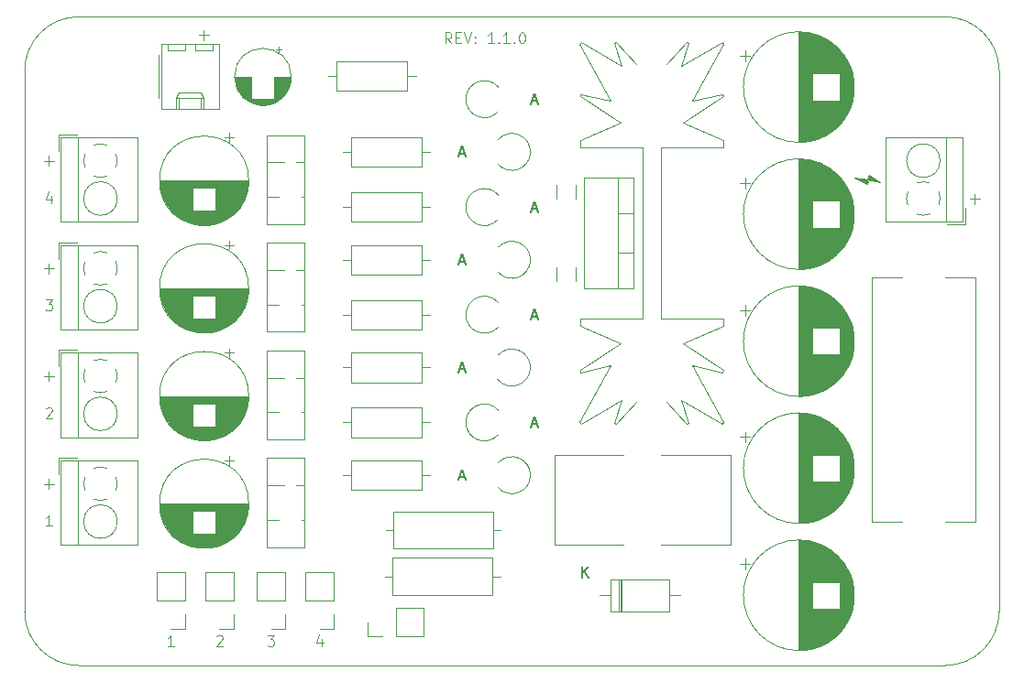
<source format=gbr>
%TF.GenerationSoftware,KiCad,Pcbnew,(5.1.8)-1*%
%TF.CreationDate,2021-02-22T19:15:18+01:00*%
%TF.ProjectId,psu,7073752e-6b69-4636-9164-5f7063625858,rev?*%
%TF.SameCoordinates,Original*%
%TF.FileFunction,Legend,Top*%
%TF.FilePolarity,Positive*%
%FSLAX46Y46*%
G04 Gerber Fmt 4.6, Leading zero omitted, Abs format (unit mm)*
G04 Created by KiCad (PCBNEW (5.1.8)-1) date 2021-02-22 19:15:18*
%MOMM*%
%LPD*%
G01*
G04 APERTURE LIST*
%ADD10C,0.120000*%
%TA.AperFunction,Profile*%
%ADD11C,0.050000*%
%TD*%
%ADD12C,0.100000*%
%ADD13C,0.150000*%
G04 APERTURE END LIST*
D10*
X82440476Y-66541714D02*
X82440476Y-67208380D01*
X82202380Y-66160761D02*
X81964285Y-66875047D01*
X82583333Y-66875047D01*
X81916666Y-76168380D02*
X82535714Y-76168380D01*
X82202380Y-76549333D01*
X82345238Y-76549333D01*
X82440476Y-76596952D01*
X82488095Y-76644571D01*
X82535714Y-76739809D01*
X82535714Y-76977904D01*
X82488095Y-77073142D01*
X82440476Y-77120761D01*
X82345238Y-77168380D01*
X82059523Y-77168380D01*
X81964285Y-77120761D01*
X81916666Y-77073142D01*
X81964285Y-86223619D02*
X82011904Y-86176000D01*
X82107142Y-86128380D01*
X82345238Y-86128380D01*
X82440476Y-86176000D01*
X82488095Y-86223619D01*
X82535714Y-86318857D01*
X82535714Y-86414095D01*
X82488095Y-86556952D01*
X81916666Y-87128380D01*
X82535714Y-87128380D01*
X82535714Y-97082380D02*
X81964285Y-97082380D01*
X82250000Y-97082380D02*
X82250000Y-96082380D01*
X82154761Y-96225238D01*
X82059523Y-96320476D01*
X81964285Y-96368095D01*
X119404761Y-52452380D02*
X119071428Y-51976190D01*
X118833333Y-52452380D02*
X118833333Y-51452380D01*
X119214285Y-51452380D01*
X119309523Y-51500000D01*
X119357142Y-51547619D01*
X119404761Y-51642857D01*
X119404761Y-51785714D01*
X119357142Y-51880952D01*
X119309523Y-51928571D01*
X119214285Y-51976190D01*
X118833333Y-51976190D01*
X119833333Y-51928571D02*
X120166666Y-51928571D01*
X120309523Y-52452380D02*
X119833333Y-52452380D01*
X119833333Y-51452380D01*
X120309523Y-51452380D01*
X120595238Y-51452380D02*
X120928571Y-52452380D01*
X121261904Y-51452380D01*
X121595238Y-52357142D02*
X121642857Y-52404761D01*
X121595238Y-52452380D01*
X121547619Y-52404761D01*
X121595238Y-52357142D01*
X121595238Y-52452380D01*
X121595238Y-51833333D02*
X121642857Y-51880952D01*
X121595238Y-51928571D01*
X121547619Y-51880952D01*
X121595238Y-51833333D01*
X121595238Y-51928571D01*
X123357142Y-52452380D02*
X122785714Y-52452380D01*
X123071428Y-52452380D02*
X123071428Y-51452380D01*
X122976190Y-51595238D01*
X122880952Y-51690476D01*
X122785714Y-51738095D01*
X123785714Y-52357142D02*
X123833333Y-52404761D01*
X123785714Y-52452380D01*
X123738095Y-52404761D01*
X123785714Y-52357142D01*
X123785714Y-52452380D01*
X124785714Y-52452380D02*
X124214285Y-52452380D01*
X124500000Y-52452380D02*
X124500000Y-51452380D01*
X124404761Y-51595238D01*
X124309523Y-51690476D01*
X124214285Y-51738095D01*
X125214285Y-52357142D02*
X125261904Y-52404761D01*
X125214285Y-52452380D01*
X125166666Y-52404761D01*
X125214285Y-52357142D01*
X125214285Y-52452380D01*
X125880952Y-51452380D02*
X125976190Y-51452380D01*
X126071428Y-51500000D01*
X126119047Y-51547619D01*
X126166666Y-51642857D01*
X126214285Y-51833333D01*
X126214285Y-52071428D01*
X126166666Y-52261904D01*
X126119047Y-52357142D01*
X126071428Y-52404761D01*
X125976190Y-52452380D01*
X125880952Y-52452380D01*
X125785714Y-52404761D01*
X125738095Y-52357142D01*
X125690476Y-52261904D01*
X125642857Y-52071428D01*
X125642857Y-51833333D01*
X125690476Y-51642857D01*
X125738095Y-51547619D01*
X125785714Y-51500000D01*
X125880952Y-51452380D01*
X167292857Y-66835714D02*
X168207142Y-66835714D01*
X167750000Y-67292857D02*
X167750000Y-66378571D01*
X96082857Y-51685714D02*
X96997142Y-51685714D01*
X96540000Y-52142857D02*
X96540000Y-51228571D01*
X107440476Y-107535714D02*
X107440476Y-108202380D01*
X107202380Y-107154761D02*
X106964285Y-107869047D01*
X107583333Y-107869047D01*
X102416666Y-107202380D02*
X103035714Y-107202380D01*
X102702380Y-107583333D01*
X102845238Y-107583333D01*
X102940476Y-107630952D01*
X102988095Y-107678571D01*
X103035714Y-107773809D01*
X103035714Y-108011904D01*
X102988095Y-108107142D01*
X102940476Y-108154761D01*
X102845238Y-108202380D01*
X102559523Y-108202380D01*
X102464285Y-108154761D01*
X102416666Y-108107142D01*
X97714285Y-107297619D02*
X97761904Y-107250000D01*
X97857142Y-107202380D01*
X98095238Y-107202380D01*
X98190476Y-107250000D01*
X98238095Y-107297619D01*
X98285714Y-107392857D01*
X98285714Y-107488095D01*
X98238095Y-107630952D01*
X97666666Y-108202380D01*
X98285714Y-108202380D01*
X93785714Y-108202380D02*
X93214285Y-108202380D01*
X93500000Y-108202380D02*
X93500000Y-107202380D01*
X93404761Y-107345238D01*
X93309523Y-107440476D01*
X93214285Y-107488095D01*
X81792857Y-93215714D02*
X82707142Y-93215714D01*
X82250000Y-93672857D02*
X82250000Y-92758571D01*
X81792857Y-83255714D02*
X82707142Y-83255714D01*
X82250000Y-83712857D02*
X82250000Y-82798571D01*
X81792857Y-73295714D02*
X82707142Y-73295714D01*
X82250000Y-73752857D02*
X82250000Y-72838571D01*
X81792857Y-63335714D02*
X82707142Y-63335714D01*
X82250000Y-63792857D02*
X82250000Y-62878571D01*
D11*
X85000000Y-110000000D02*
G75*
G02*
X80000000Y-105000000I0J5000000D01*
G01*
X170000000Y-105000000D02*
G75*
G02*
X165000000Y-110000000I-5000000J0D01*
G01*
X165000000Y-50000000D02*
G75*
G02*
X170000000Y-55000000I0J-5000000D01*
G01*
X80000000Y-55000000D02*
G75*
G02*
X85000000Y-50000000I5000000J0D01*
G01*
X170000000Y-55000000D02*
X170000000Y-105000000D01*
X85000000Y-110000000D02*
X165000000Y-110000000D01*
X85000000Y-50000000D02*
X165000000Y-50000000D01*
X80000000Y-55000000D02*
X80000000Y-105000000D01*
D12*
%TO.C,G\u002A\u002A\u002A*%
G36*
X158000000Y-65060000D02*
G01*
X157800000Y-65460000D01*
X156600000Y-64860000D01*
X158000000Y-65060000D01*
G37*
X158000000Y-65060000D02*
X157800000Y-65460000D01*
X156600000Y-64860000D01*
X158000000Y-65060000D01*
G36*
X159000000Y-65260000D02*
G01*
X157800000Y-65060000D01*
X158000000Y-64660000D01*
X159000000Y-65260000D01*
G37*
X159000000Y-65260000D02*
X157800000Y-65060000D01*
X158000000Y-64660000D01*
X159000000Y-65260000D01*
D10*
%TO.C,C1*%
X146520354Y-100125000D02*
X146520354Y-101125000D01*
X146020354Y-100625000D02*
X147020354Y-100625000D01*
X156581000Y-102901000D02*
X156581000Y-104099000D01*
X156541000Y-102638000D02*
X156541000Y-104362000D01*
X156501000Y-102438000D02*
X156501000Y-104562000D01*
X156461000Y-102270000D02*
X156461000Y-104730000D01*
X156421000Y-102122000D02*
X156421000Y-104878000D01*
X156381000Y-101990000D02*
X156381000Y-105010000D01*
X156341000Y-101870000D02*
X156341000Y-105130000D01*
X156301000Y-101758000D02*
X156301000Y-105242000D01*
X156261000Y-101654000D02*
X156261000Y-105346000D01*
X156221000Y-101556000D02*
X156221000Y-105444000D01*
X156181000Y-101463000D02*
X156181000Y-105537000D01*
X156141000Y-101375000D02*
X156141000Y-105625000D01*
X156101000Y-101291000D02*
X156101000Y-105709000D01*
X156061000Y-101211000D02*
X156061000Y-105789000D01*
X156021000Y-101135000D02*
X156021000Y-105865000D01*
X155981000Y-101061000D02*
X155981000Y-105939000D01*
X155941000Y-100990000D02*
X155941000Y-106010000D01*
X155901000Y-100921000D02*
X155901000Y-106079000D01*
X155861000Y-100855000D02*
X155861000Y-106145000D01*
X155821000Y-100791000D02*
X155821000Y-106209000D01*
X155781000Y-100730000D02*
X155781000Y-106270000D01*
X155741000Y-100670000D02*
X155741000Y-106330000D01*
X155701000Y-100611000D02*
X155701000Y-106389000D01*
X155661000Y-100555000D02*
X155661000Y-106445000D01*
X155621000Y-100500000D02*
X155621000Y-106500000D01*
X155581000Y-100446000D02*
X155581000Y-106554000D01*
X155541000Y-100394000D02*
X155541000Y-106606000D01*
X155501000Y-100344000D02*
X155501000Y-106656000D01*
X155461000Y-100294000D02*
X155461000Y-106706000D01*
X155421000Y-100246000D02*
X155421000Y-106754000D01*
X155381000Y-100199000D02*
X155381000Y-106801000D01*
X155341000Y-100153000D02*
X155341000Y-106847000D01*
X155301000Y-100108000D02*
X155301000Y-106892000D01*
X155261000Y-100064000D02*
X155261000Y-106936000D01*
X155221000Y-104741000D02*
X155221000Y-106978000D01*
X155221000Y-100022000D02*
X155221000Y-102259000D01*
X155181000Y-104741000D02*
X155181000Y-107020000D01*
X155181000Y-99980000D02*
X155181000Y-102259000D01*
X155141000Y-104741000D02*
X155141000Y-107061000D01*
X155141000Y-99939000D02*
X155141000Y-102259000D01*
X155101000Y-104741000D02*
X155101000Y-107101000D01*
X155101000Y-99899000D02*
X155101000Y-102259000D01*
X155061000Y-104741000D02*
X155061000Y-107140000D01*
X155061000Y-99860000D02*
X155061000Y-102259000D01*
X155021000Y-104741000D02*
X155021000Y-107179000D01*
X155021000Y-99821000D02*
X155021000Y-102259000D01*
X154981000Y-104741000D02*
X154981000Y-107216000D01*
X154981000Y-99784000D02*
X154981000Y-102259000D01*
X154941000Y-104741000D02*
X154941000Y-107253000D01*
X154941000Y-99747000D02*
X154941000Y-102259000D01*
X154901000Y-104741000D02*
X154901000Y-107289000D01*
X154901000Y-99711000D02*
X154901000Y-102259000D01*
X154861000Y-104741000D02*
X154861000Y-107324000D01*
X154861000Y-99676000D02*
X154861000Y-102259000D01*
X154821000Y-104741000D02*
X154821000Y-107358000D01*
X154821000Y-99642000D02*
X154821000Y-102259000D01*
X154781000Y-104741000D02*
X154781000Y-107392000D01*
X154781000Y-99608000D02*
X154781000Y-102259000D01*
X154741000Y-104741000D02*
X154741000Y-107425000D01*
X154741000Y-99575000D02*
X154741000Y-102259000D01*
X154701000Y-104741000D02*
X154701000Y-107457000D01*
X154701000Y-99543000D02*
X154701000Y-102259000D01*
X154661000Y-104741000D02*
X154661000Y-107489000D01*
X154661000Y-99511000D02*
X154661000Y-102259000D01*
X154621000Y-104741000D02*
X154621000Y-107520000D01*
X154621000Y-99480000D02*
X154621000Y-102259000D01*
X154581000Y-104741000D02*
X154581000Y-107550000D01*
X154581000Y-99450000D02*
X154581000Y-102259000D01*
X154541000Y-104741000D02*
X154541000Y-107580000D01*
X154541000Y-99420000D02*
X154541000Y-102259000D01*
X154501000Y-104741000D02*
X154501000Y-107610000D01*
X154501000Y-99390000D02*
X154501000Y-102259000D01*
X154461000Y-104741000D02*
X154461000Y-107638000D01*
X154461000Y-99362000D02*
X154461000Y-102259000D01*
X154421000Y-104741000D02*
X154421000Y-107666000D01*
X154421000Y-99334000D02*
X154421000Y-102259000D01*
X154381000Y-104741000D02*
X154381000Y-107694000D01*
X154381000Y-99306000D02*
X154381000Y-102259000D01*
X154341000Y-104741000D02*
X154341000Y-107721000D01*
X154341000Y-99279000D02*
X154341000Y-102259000D01*
X154301000Y-104741000D02*
X154301000Y-107747000D01*
X154301000Y-99253000D02*
X154301000Y-102259000D01*
X154261000Y-104741000D02*
X154261000Y-107773000D01*
X154261000Y-99227000D02*
X154261000Y-102259000D01*
X154221000Y-104741000D02*
X154221000Y-107798000D01*
X154221000Y-99202000D02*
X154221000Y-102259000D01*
X154181000Y-104741000D02*
X154181000Y-107823000D01*
X154181000Y-99177000D02*
X154181000Y-102259000D01*
X154141000Y-104741000D02*
X154141000Y-107847000D01*
X154141000Y-99153000D02*
X154141000Y-102259000D01*
X154101000Y-104741000D02*
X154101000Y-107871000D01*
X154101000Y-99129000D02*
X154101000Y-102259000D01*
X154061000Y-104741000D02*
X154061000Y-107895000D01*
X154061000Y-99105000D02*
X154061000Y-102259000D01*
X154021000Y-104741000D02*
X154021000Y-107917000D01*
X154021000Y-99083000D02*
X154021000Y-102259000D01*
X153981000Y-104741000D02*
X153981000Y-107940000D01*
X153981000Y-99060000D02*
X153981000Y-102259000D01*
X153941000Y-104741000D02*
X153941000Y-107962000D01*
X153941000Y-99038000D02*
X153941000Y-102259000D01*
X153901000Y-104741000D02*
X153901000Y-107983000D01*
X153901000Y-99017000D02*
X153901000Y-102259000D01*
X153861000Y-104741000D02*
X153861000Y-108004000D01*
X153861000Y-98996000D02*
X153861000Y-102259000D01*
X153821000Y-104741000D02*
X153821000Y-108025000D01*
X153821000Y-98975000D02*
X153821000Y-102259000D01*
X153781000Y-104741000D02*
X153781000Y-108045000D01*
X153781000Y-98955000D02*
X153781000Y-102259000D01*
X153741000Y-104741000D02*
X153741000Y-108064000D01*
X153741000Y-98936000D02*
X153741000Y-102259000D01*
X153701000Y-104741000D02*
X153701000Y-108084000D01*
X153701000Y-98916000D02*
X153701000Y-102259000D01*
X153661000Y-104741000D02*
X153661000Y-108103000D01*
X153661000Y-98897000D02*
X153661000Y-102259000D01*
X153621000Y-104741000D02*
X153621000Y-108121000D01*
X153621000Y-98879000D02*
X153621000Y-102259000D01*
X153581000Y-104741000D02*
X153581000Y-108139000D01*
X153581000Y-98861000D02*
X153581000Y-102259000D01*
X153541000Y-104741000D02*
X153541000Y-108157000D01*
X153541000Y-98843000D02*
X153541000Y-102259000D01*
X153501000Y-104741000D02*
X153501000Y-108174000D01*
X153501000Y-98826000D02*
X153501000Y-102259000D01*
X153461000Y-104741000D02*
X153461000Y-108190000D01*
X153461000Y-98810000D02*
X153461000Y-102259000D01*
X153421000Y-104741000D02*
X153421000Y-108207000D01*
X153421000Y-98793000D02*
X153421000Y-102259000D01*
X153381000Y-104741000D02*
X153381000Y-108223000D01*
X153381000Y-98777000D02*
X153381000Y-102259000D01*
X153341000Y-104741000D02*
X153341000Y-108238000D01*
X153341000Y-98762000D02*
X153341000Y-102259000D01*
X153301000Y-104741000D02*
X153301000Y-108254000D01*
X153301000Y-98746000D02*
X153301000Y-102259000D01*
X153261000Y-104741000D02*
X153261000Y-108268000D01*
X153261000Y-98732000D02*
X153261000Y-102259000D01*
X153221000Y-104741000D02*
X153221000Y-108283000D01*
X153221000Y-98717000D02*
X153221000Y-102259000D01*
X153181000Y-104741000D02*
X153181000Y-108297000D01*
X153181000Y-98703000D02*
X153181000Y-102259000D01*
X153141000Y-104741000D02*
X153141000Y-108311000D01*
X153141000Y-98689000D02*
X153141000Y-102259000D01*
X153101000Y-104741000D02*
X153101000Y-108324000D01*
X153101000Y-98676000D02*
X153101000Y-102259000D01*
X153061000Y-104741000D02*
X153061000Y-108337000D01*
X153061000Y-98663000D02*
X153061000Y-102259000D01*
X153021000Y-104741000D02*
X153021000Y-108350000D01*
X153021000Y-98650000D02*
X153021000Y-102259000D01*
X152981000Y-104741000D02*
X152981000Y-108362000D01*
X152981000Y-98638000D02*
X152981000Y-102259000D01*
X152941000Y-104741000D02*
X152941000Y-108374000D01*
X152941000Y-98626000D02*
X152941000Y-102259000D01*
X152901000Y-104741000D02*
X152901000Y-108385000D01*
X152901000Y-98615000D02*
X152901000Y-102259000D01*
X152861000Y-104741000D02*
X152861000Y-108397000D01*
X152861000Y-98603000D02*
X152861000Y-102259000D01*
X152821000Y-104741000D02*
X152821000Y-108407000D01*
X152821000Y-98593000D02*
X152821000Y-102259000D01*
X152781000Y-104741000D02*
X152781000Y-108418000D01*
X152781000Y-98582000D02*
X152781000Y-102259000D01*
X152741000Y-98572000D02*
X152741000Y-108428000D01*
X152701000Y-98562000D02*
X152701000Y-108438000D01*
X152661000Y-98553000D02*
X152661000Y-108447000D01*
X152621000Y-98544000D02*
X152621000Y-108456000D01*
X152581000Y-98535000D02*
X152581000Y-108465000D01*
X152541000Y-98526000D02*
X152541000Y-108474000D01*
X152501000Y-98518000D02*
X152501000Y-108482000D01*
X152461000Y-98510000D02*
X152461000Y-108490000D01*
X152421000Y-98503000D02*
X152421000Y-108497000D01*
X152381000Y-98496000D02*
X152381000Y-108504000D01*
X152341000Y-98489000D02*
X152341000Y-108511000D01*
X152301000Y-98482000D02*
X152301000Y-108518000D01*
X152261000Y-98476000D02*
X152261000Y-108524000D01*
X152221000Y-98470000D02*
X152221000Y-108530000D01*
X152180000Y-98465000D02*
X152180000Y-108535000D01*
X152140000Y-98460000D02*
X152140000Y-108540000D01*
X152100000Y-98455000D02*
X152100000Y-108545000D01*
X152060000Y-98450000D02*
X152060000Y-108550000D01*
X152020000Y-98446000D02*
X152020000Y-108554000D01*
X151980000Y-98442000D02*
X151980000Y-108558000D01*
X151940000Y-98438000D02*
X151940000Y-108562000D01*
X151900000Y-98435000D02*
X151900000Y-108565000D01*
X151860000Y-98432000D02*
X151860000Y-108568000D01*
X151820000Y-98430000D02*
X151820000Y-108570000D01*
X151780000Y-98427000D02*
X151780000Y-108573000D01*
X151740000Y-98425000D02*
X151740000Y-108575000D01*
X151700000Y-98423000D02*
X151700000Y-108577000D01*
X151660000Y-98422000D02*
X151660000Y-108578000D01*
X151620000Y-98421000D02*
X151620000Y-108579000D01*
X151580000Y-98420000D02*
X151580000Y-108580000D01*
X151540000Y-98420000D02*
X151540000Y-108580000D01*
X151500000Y-98420000D02*
X151500000Y-108580000D01*
X156620000Y-103500000D02*
G75*
G03*
X156620000Y-103500000I-5120000J0D01*
G01*
%TO.C,R6*%
X123270000Y-99200000D02*
X123270000Y-95760000D01*
X123270000Y-95760000D02*
X114030000Y-95760000D01*
X114030000Y-95760000D02*
X114030000Y-99200000D01*
X114030000Y-99200000D02*
X123270000Y-99200000D01*
X123960000Y-97480000D02*
X123270000Y-97480000D01*
X113340000Y-97480000D02*
X114030000Y-97480000D01*
%TO.C,C2*%
X146520354Y-88375000D02*
X146520354Y-89375000D01*
X146020354Y-88875000D02*
X147020354Y-88875000D01*
X156581000Y-91151000D02*
X156581000Y-92349000D01*
X156541000Y-90888000D02*
X156541000Y-92612000D01*
X156501000Y-90688000D02*
X156501000Y-92812000D01*
X156461000Y-90520000D02*
X156461000Y-92980000D01*
X156421000Y-90372000D02*
X156421000Y-93128000D01*
X156381000Y-90240000D02*
X156381000Y-93260000D01*
X156341000Y-90120000D02*
X156341000Y-93380000D01*
X156301000Y-90008000D02*
X156301000Y-93492000D01*
X156261000Y-89904000D02*
X156261000Y-93596000D01*
X156221000Y-89806000D02*
X156221000Y-93694000D01*
X156181000Y-89713000D02*
X156181000Y-93787000D01*
X156141000Y-89625000D02*
X156141000Y-93875000D01*
X156101000Y-89541000D02*
X156101000Y-93959000D01*
X156061000Y-89461000D02*
X156061000Y-94039000D01*
X156021000Y-89385000D02*
X156021000Y-94115000D01*
X155981000Y-89311000D02*
X155981000Y-94189000D01*
X155941000Y-89240000D02*
X155941000Y-94260000D01*
X155901000Y-89171000D02*
X155901000Y-94329000D01*
X155861000Y-89105000D02*
X155861000Y-94395000D01*
X155821000Y-89041000D02*
X155821000Y-94459000D01*
X155781000Y-88980000D02*
X155781000Y-94520000D01*
X155741000Y-88920000D02*
X155741000Y-94580000D01*
X155701000Y-88861000D02*
X155701000Y-94639000D01*
X155661000Y-88805000D02*
X155661000Y-94695000D01*
X155621000Y-88750000D02*
X155621000Y-94750000D01*
X155581000Y-88696000D02*
X155581000Y-94804000D01*
X155541000Y-88644000D02*
X155541000Y-94856000D01*
X155501000Y-88594000D02*
X155501000Y-94906000D01*
X155461000Y-88544000D02*
X155461000Y-94956000D01*
X155421000Y-88496000D02*
X155421000Y-95004000D01*
X155381000Y-88449000D02*
X155381000Y-95051000D01*
X155341000Y-88403000D02*
X155341000Y-95097000D01*
X155301000Y-88358000D02*
X155301000Y-95142000D01*
X155261000Y-88314000D02*
X155261000Y-95186000D01*
X155221000Y-92991000D02*
X155221000Y-95228000D01*
X155221000Y-88272000D02*
X155221000Y-90509000D01*
X155181000Y-92991000D02*
X155181000Y-95270000D01*
X155181000Y-88230000D02*
X155181000Y-90509000D01*
X155141000Y-92991000D02*
X155141000Y-95311000D01*
X155141000Y-88189000D02*
X155141000Y-90509000D01*
X155101000Y-92991000D02*
X155101000Y-95351000D01*
X155101000Y-88149000D02*
X155101000Y-90509000D01*
X155061000Y-92991000D02*
X155061000Y-95390000D01*
X155061000Y-88110000D02*
X155061000Y-90509000D01*
X155021000Y-92991000D02*
X155021000Y-95429000D01*
X155021000Y-88071000D02*
X155021000Y-90509000D01*
X154981000Y-92991000D02*
X154981000Y-95466000D01*
X154981000Y-88034000D02*
X154981000Y-90509000D01*
X154941000Y-92991000D02*
X154941000Y-95503000D01*
X154941000Y-87997000D02*
X154941000Y-90509000D01*
X154901000Y-92991000D02*
X154901000Y-95539000D01*
X154901000Y-87961000D02*
X154901000Y-90509000D01*
X154861000Y-92991000D02*
X154861000Y-95574000D01*
X154861000Y-87926000D02*
X154861000Y-90509000D01*
X154821000Y-92991000D02*
X154821000Y-95608000D01*
X154821000Y-87892000D02*
X154821000Y-90509000D01*
X154781000Y-92991000D02*
X154781000Y-95642000D01*
X154781000Y-87858000D02*
X154781000Y-90509000D01*
X154741000Y-92991000D02*
X154741000Y-95675000D01*
X154741000Y-87825000D02*
X154741000Y-90509000D01*
X154701000Y-92991000D02*
X154701000Y-95707000D01*
X154701000Y-87793000D02*
X154701000Y-90509000D01*
X154661000Y-92991000D02*
X154661000Y-95739000D01*
X154661000Y-87761000D02*
X154661000Y-90509000D01*
X154621000Y-92991000D02*
X154621000Y-95770000D01*
X154621000Y-87730000D02*
X154621000Y-90509000D01*
X154581000Y-92991000D02*
X154581000Y-95800000D01*
X154581000Y-87700000D02*
X154581000Y-90509000D01*
X154541000Y-92991000D02*
X154541000Y-95830000D01*
X154541000Y-87670000D02*
X154541000Y-90509000D01*
X154501000Y-92991000D02*
X154501000Y-95860000D01*
X154501000Y-87640000D02*
X154501000Y-90509000D01*
X154461000Y-92991000D02*
X154461000Y-95888000D01*
X154461000Y-87612000D02*
X154461000Y-90509000D01*
X154421000Y-92991000D02*
X154421000Y-95916000D01*
X154421000Y-87584000D02*
X154421000Y-90509000D01*
X154381000Y-92991000D02*
X154381000Y-95944000D01*
X154381000Y-87556000D02*
X154381000Y-90509000D01*
X154341000Y-92991000D02*
X154341000Y-95971000D01*
X154341000Y-87529000D02*
X154341000Y-90509000D01*
X154301000Y-92991000D02*
X154301000Y-95997000D01*
X154301000Y-87503000D02*
X154301000Y-90509000D01*
X154261000Y-92991000D02*
X154261000Y-96023000D01*
X154261000Y-87477000D02*
X154261000Y-90509000D01*
X154221000Y-92991000D02*
X154221000Y-96048000D01*
X154221000Y-87452000D02*
X154221000Y-90509000D01*
X154181000Y-92991000D02*
X154181000Y-96073000D01*
X154181000Y-87427000D02*
X154181000Y-90509000D01*
X154141000Y-92991000D02*
X154141000Y-96097000D01*
X154141000Y-87403000D02*
X154141000Y-90509000D01*
X154101000Y-92991000D02*
X154101000Y-96121000D01*
X154101000Y-87379000D02*
X154101000Y-90509000D01*
X154061000Y-92991000D02*
X154061000Y-96145000D01*
X154061000Y-87355000D02*
X154061000Y-90509000D01*
X154021000Y-92991000D02*
X154021000Y-96167000D01*
X154021000Y-87333000D02*
X154021000Y-90509000D01*
X153981000Y-92991000D02*
X153981000Y-96190000D01*
X153981000Y-87310000D02*
X153981000Y-90509000D01*
X153941000Y-92991000D02*
X153941000Y-96212000D01*
X153941000Y-87288000D02*
X153941000Y-90509000D01*
X153901000Y-92991000D02*
X153901000Y-96233000D01*
X153901000Y-87267000D02*
X153901000Y-90509000D01*
X153861000Y-92991000D02*
X153861000Y-96254000D01*
X153861000Y-87246000D02*
X153861000Y-90509000D01*
X153821000Y-92991000D02*
X153821000Y-96275000D01*
X153821000Y-87225000D02*
X153821000Y-90509000D01*
X153781000Y-92991000D02*
X153781000Y-96295000D01*
X153781000Y-87205000D02*
X153781000Y-90509000D01*
X153741000Y-92991000D02*
X153741000Y-96314000D01*
X153741000Y-87186000D02*
X153741000Y-90509000D01*
X153701000Y-92991000D02*
X153701000Y-96334000D01*
X153701000Y-87166000D02*
X153701000Y-90509000D01*
X153661000Y-92991000D02*
X153661000Y-96353000D01*
X153661000Y-87147000D02*
X153661000Y-90509000D01*
X153621000Y-92991000D02*
X153621000Y-96371000D01*
X153621000Y-87129000D02*
X153621000Y-90509000D01*
X153581000Y-92991000D02*
X153581000Y-96389000D01*
X153581000Y-87111000D02*
X153581000Y-90509000D01*
X153541000Y-92991000D02*
X153541000Y-96407000D01*
X153541000Y-87093000D02*
X153541000Y-90509000D01*
X153501000Y-92991000D02*
X153501000Y-96424000D01*
X153501000Y-87076000D02*
X153501000Y-90509000D01*
X153461000Y-92991000D02*
X153461000Y-96440000D01*
X153461000Y-87060000D02*
X153461000Y-90509000D01*
X153421000Y-92991000D02*
X153421000Y-96457000D01*
X153421000Y-87043000D02*
X153421000Y-90509000D01*
X153381000Y-92991000D02*
X153381000Y-96473000D01*
X153381000Y-87027000D02*
X153381000Y-90509000D01*
X153341000Y-92991000D02*
X153341000Y-96488000D01*
X153341000Y-87012000D02*
X153341000Y-90509000D01*
X153301000Y-92991000D02*
X153301000Y-96504000D01*
X153301000Y-86996000D02*
X153301000Y-90509000D01*
X153261000Y-92991000D02*
X153261000Y-96518000D01*
X153261000Y-86982000D02*
X153261000Y-90509000D01*
X153221000Y-92991000D02*
X153221000Y-96533000D01*
X153221000Y-86967000D02*
X153221000Y-90509000D01*
X153181000Y-92991000D02*
X153181000Y-96547000D01*
X153181000Y-86953000D02*
X153181000Y-90509000D01*
X153141000Y-92991000D02*
X153141000Y-96561000D01*
X153141000Y-86939000D02*
X153141000Y-90509000D01*
X153101000Y-92991000D02*
X153101000Y-96574000D01*
X153101000Y-86926000D02*
X153101000Y-90509000D01*
X153061000Y-92991000D02*
X153061000Y-96587000D01*
X153061000Y-86913000D02*
X153061000Y-90509000D01*
X153021000Y-92991000D02*
X153021000Y-96600000D01*
X153021000Y-86900000D02*
X153021000Y-90509000D01*
X152981000Y-92991000D02*
X152981000Y-96612000D01*
X152981000Y-86888000D02*
X152981000Y-90509000D01*
X152941000Y-92991000D02*
X152941000Y-96624000D01*
X152941000Y-86876000D02*
X152941000Y-90509000D01*
X152901000Y-92991000D02*
X152901000Y-96635000D01*
X152901000Y-86865000D02*
X152901000Y-90509000D01*
X152861000Y-92991000D02*
X152861000Y-96647000D01*
X152861000Y-86853000D02*
X152861000Y-90509000D01*
X152821000Y-92991000D02*
X152821000Y-96657000D01*
X152821000Y-86843000D02*
X152821000Y-90509000D01*
X152781000Y-92991000D02*
X152781000Y-96668000D01*
X152781000Y-86832000D02*
X152781000Y-90509000D01*
X152741000Y-86822000D02*
X152741000Y-96678000D01*
X152701000Y-86812000D02*
X152701000Y-96688000D01*
X152661000Y-86803000D02*
X152661000Y-96697000D01*
X152621000Y-86794000D02*
X152621000Y-96706000D01*
X152581000Y-86785000D02*
X152581000Y-96715000D01*
X152541000Y-86776000D02*
X152541000Y-96724000D01*
X152501000Y-86768000D02*
X152501000Y-96732000D01*
X152461000Y-86760000D02*
X152461000Y-96740000D01*
X152421000Y-86753000D02*
X152421000Y-96747000D01*
X152381000Y-86746000D02*
X152381000Y-96754000D01*
X152341000Y-86739000D02*
X152341000Y-96761000D01*
X152301000Y-86732000D02*
X152301000Y-96768000D01*
X152261000Y-86726000D02*
X152261000Y-96774000D01*
X152221000Y-86720000D02*
X152221000Y-96780000D01*
X152180000Y-86715000D02*
X152180000Y-96785000D01*
X152140000Y-86710000D02*
X152140000Y-96790000D01*
X152100000Y-86705000D02*
X152100000Y-96795000D01*
X152060000Y-86700000D02*
X152060000Y-96800000D01*
X152020000Y-86696000D02*
X152020000Y-96804000D01*
X151980000Y-86692000D02*
X151980000Y-96808000D01*
X151940000Y-86688000D02*
X151940000Y-96812000D01*
X151900000Y-86685000D02*
X151900000Y-96815000D01*
X151860000Y-86682000D02*
X151860000Y-96818000D01*
X151820000Y-86680000D02*
X151820000Y-96820000D01*
X151780000Y-86677000D02*
X151780000Y-96823000D01*
X151740000Y-86675000D02*
X151740000Y-96825000D01*
X151700000Y-86673000D02*
X151700000Y-96827000D01*
X151660000Y-86672000D02*
X151660000Y-96828000D01*
X151620000Y-86671000D02*
X151620000Y-96829000D01*
X151580000Y-86670000D02*
X151580000Y-96830000D01*
X151540000Y-86670000D02*
X151540000Y-96830000D01*
X151500000Y-86670000D02*
X151500000Y-96830000D01*
X156620000Y-91750000D02*
G75*
G03*
X156620000Y-91750000I-5120000J0D01*
G01*
%TO.C,C3*%
X146520354Y-76625000D02*
X146520354Y-77625000D01*
X146020354Y-77125000D02*
X147020354Y-77125000D01*
X156581000Y-79401000D02*
X156581000Y-80599000D01*
X156541000Y-79138000D02*
X156541000Y-80862000D01*
X156501000Y-78938000D02*
X156501000Y-81062000D01*
X156461000Y-78770000D02*
X156461000Y-81230000D01*
X156421000Y-78622000D02*
X156421000Y-81378000D01*
X156381000Y-78490000D02*
X156381000Y-81510000D01*
X156341000Y-78370000D02*
X156341000Y-81630000D01*
X156301000Y-78258000D02*
X156301000Y-81742000D01*
X156261000Y-78154000D02*
X156261000Y-81846000D01*
X156221000Y-78056000D02*
X156221000Y-81944000D01*
X156181000Y-77963000D02*
X156181000Y-82037000D01*
X156141000Y-77875000D02*
X156141000Y-82125000D01*
X156101000Y-77791000D02*
X156101000Y-82209000D01*
X156061000Y-77711000D02*
X156061000Y-82289000D01*
X156021000Y-77635000D02*
X156021000Y-82365000D01*
X155981000Y-77561000D02*
X155981000Y-82439000D01*
X155941000Y-77490000D02*
X155941000Y-82510000D01*
X155901000Y-77421000D02*
X155901000Y-82579000D01*
X155861000Y-77355000D02*
X155861000Y-82645000D01*
X155821000Y-77291000D02*
X155821000Y-82709000D01*
X155781000Y-77230000D02*
X155781000Y-82770000D01*
X155741000Y-77170000D02*
X155741000Y-82830000D01*
X155701000Y-77111000D02*
X155701000Y-82889000D01*
X155661000Y-77055000D02*
X155661000Y-82945000D01*
X155621000Y-77000000D02*
X155621000Y-83000000D01*
X155581000Y-76946000D02*
X155581000Y-83054000D01*
X155541000Y-76894000D02*
X155541000Y-83106000D01*
X155501000Y-76844000D02*
X155501000Y-83156000D01*
X155461000Y-76794000D02*
X155461000Y-83206000D01*
X155421000Y-76746000D02*
X155421000Y-83254000D01*
X155381000Y-76699000D02*
X155381000Y-83301000D01*
X155341000Y-76653000D02*
X155341000Y-83347000D01*
X155301000Y-76608000D02*
X155301000Y-83392000D01*
X155261000Y-76564000D02*
X155261000Y-83436000D01*
X155221000Y-81241000D02*
X155221000Y-83478000D01*
X155221000Y-76522000D02*
X155221000Y-78759000D01*
X155181000Y-81241000D02*
X155181000Y-83520000D01*
X155181000Y-76480000D02*
X155181000Y-78759000D01*
X155141000Y-81241000D02*
X155141000Y-83561000D01*
X155141000Y-76439000D02*
X155141000Y-78759000D01*
X155101000Y-81241000D02*
X155101000Y-83601000D01*
X155101000Y-76399000D02*
X155101000Y-78759000D01*
X155061000Y-81241000D02*
X155061000Y-83640000D01*
X155061000Y-76360000D02*
X155061000Y-78759000D01*
X155021000Y-81241000D02*
X155021000Y-83679000D01*
X155021000Y-76321000D02*
X155021000Y-78759000D01*
X154981000Y-81241000D02*
X154981000Y-83716000D01*
X154981000Y-76284000D02*
X154981000Y-78759000D01*
X154941000Y-81241000D02*
X154941000Y-83753000D01*
X154941000Y-76247000D02*
X154941000Y-78759000D01*
X154901000Y-81241000D02*
X154901000Y-83789000D01*
X154901000Y-76211000D02*
X154901000Y-78759000D01*
X154861000Y-81241000D02*
X154861000Y-83824000D01*
X154861000Y-76176000D02*
X154861000Y-78759000D01*
X154821000Y-81241000D02*
X154821000Y-83858000D01*
X154821000Y-76142000D02*
X154821000Y-78759000D01*
X154781000Y-81241000D02*
X154781000Y-83892000D01*
X154781000Y-76108000D02*
X154781000Y-78759000D01*
X154741000Y-81241000D02*
X154741000Y-83925000D01*
X154741000Y-76075000D02*
X154741000Y-78759000D01*
X154701000Y-81241000D02*
X154701000Y-83957000D01*
X154701000Y-76043000D02*
X154701000Y-78759000D01*
X154661000Y-81241000D02*
X154661000Y-83989000D01*
X154661000Y-76011000D02*
X154661000Y-78759000D01*
X154621000Y-81241000D02*
X154621000Y-84020000D01*
X154621000Y-75980000D02*
X154621000Y-78759000D01*
X154581000Y-81241000D02*
X154581000Y-84050000D01*
X154581000Y-75950000D02*
X154581000Y-78759000D01*
X154541000Y-81241000D02*
X154541000Y-84080000D01*
X154541000Y-75920000D02*
X154541000Y-78759000D01*
X154501000Y-81241000D02*
X154501000Y-84110000D01*
X154501000Y-75890000D02*
X154501000Y-78759000D01*
X154461000Y-81241000D02*
X154461000Y-84138000D01*
X154461000Y-75862000D02*
X154461000Y-78759000D01*
X154421000Y-81241000D02*
X154421000Y-84166000D01*
X154421000Y-75834000D02*
X154421000Y-78759000D01*
X154381000Y-81241000D02*
X154381000Y-84194000D01*
X154381000Y-75806000D02*
X154381000Y-78759000D01*
X154341000Y-81241000D02*
X154341000Y-84221000D01*
X154341000Y-75779000D02*
X154341000Y-78759000D01*
X154301000Y-81241000D02*
X154301000Y-84247000D01*
X154301000Y-75753000D02*
X154301000Y-78759000D01*
X154261000Y-81241000D02*
X154261000Y-84273000D01*
X154261000Y-75727000D02*
X154261000Y-78759000D01*
X154221000Y-81241000D02*
X154221000Y-84298000D01*
X154221000Y-75702000D02*
X154221000Y-78759000D01*
X154181000Y-81241000D02*
X154181000Y-84323000D01*
X154181000Y-75677000D02*
X154181000Y-78759000D01*
X154141000Y-81241000D02*
X154141000Y-84347000D01*
X154141000Y-75653000D02*
X154141000Y-78759000D01*
X154101000Y-81241000D02*
X154101000Y-84371000D01*
X154101000Y-75629000D02*
X154101000Y-78759000D01*
X154061000Y-81241000D02*
X154061000Y-84395000D01*
X154061000Y-75605000D02*
X154061000Y-78759000D01*
X154021000Y-81241000D02*
X154021000Y-84417000D01*
X154021000Y-75583000D02*
X154021000Y-78759000D01*
X153981000Y-81241000D02*
X153981000Y-84440000D01*
X153981000Y-75560000D02*
X153981000Y-78759000D01*
X153941000Y-81241000D02*
X153941000Y-84462000D01*
X153941000Y-75538000D02*
X153941000Y-78759000D01*
X153901000Y-81241000D02*
X153901000Y-84483000D01*
X153901000Y-75517000D02*
X153901000Y-78759000D01*
X153861000Y-81241000D02*
X153861000Y-84504000D01*
X153861000Y-75496000D02*
X153861000Y-78759000D01*
X153821000Y-81241000D02*
X153821000Y-84525000D01*
X153821000Y-75475000D02*
X153821000Y-78759000D01*
X153781000Y-81241000D02*
X153781000Y-84545000D01*
X153781000Y-75455000D02*
X153781000Y-78759000D01*
X153741000Y-81241000D02*
X153741000Y-84564000D01*
X153741000Y-75436000D02*
X153741000Y-78759000D01*
X153701000Y-81241000D02*
X153701000Y-84584000D01*
X153701000Y-75416000D02*
X153701000Y-78759000D01*
X153661000Y-81241000D02*
X153661000Y-84603000D01*
X153661000Y-75397000D02*
X153661000Y-78759000D01*
X153621000Y-81241000D02*
X153621000Y-84621000D01*
X153621000Y-75379000D02*
X153621000Y-78759000D01*
X153581000Y-81241000D02*
X153581000Y-84639000D01*
X153581000Y-75361000D02*
X153581000Y-78759000D01*
X153541000Y-81241000D02*
X153541000Y-84657000D01*
X153541000Y-75343000D02*
X153541000Y-78759000D01*
X153501000Y-81241000D02*
X153501000Y-84674000D01*
X153501000Y-75326000D02*
X153501000Y-78759000D01*
X153461000Y-81241000D02*
X153461000Y-84690000D01*
X153461000Y-75310000D02*
X153461000Y-78759000D01*
X153421000Y-81241000D02*
X153421000Y-84707000D01*
X153421000Y-75293000D02*
X153421000Y-78759000D01*
X153381000Y-81241000D02*
X153381000Y-84723000D01*
X153381000Y-75277000D02*
X153381000Y-78759000D01*
X153341000Y-81241000D02*
X153341000Y-84738000D01*
X153341000Y-75262000D02*
X153341000Y-78759000D01*
X153301000Y-81241000D02*
X153301000Y-84754000D01*
X153301000Y-75246000D02*
X153301000Y-78759000D01*
X153261000Y-81241000D02*
X153261000Y-84768000D01*
X153261000Y-75232000D02*
X153261000Y-78759000D01*
X153221000Y-81241000D02*
X153221000Y-84783000D01*
X153221000Y-75217000D02*
X153221000Y-78759000D01*
X153181000Y-81241000D02*
X153181000Y-84797000D01*
X153181000Y-75203000D02*
X153181000Y-78759000D01*
X153141000Y-81241000D02*
X153141000Y-84811000D01*
X153141000Y-75189000D02*
X153141000Y-78759000D01*
X153101000Y-81241000D02*
X153101000Y-84824000D01*
X153101000Y-75176000D02*
X153101000Y-78759000D01*
X153061000Y-81241000D02*
X153061000Y-84837000D01*
X153061000Y-75163000D02*
X153061000Y-78759000D01*
X153021000Y-81241000D02*
X153021000Y-84850000D01*
X153021000Y-75150000D02*
X153021000Y-78759000D01*
X152981000Y-81241000D02*
X152981000Y-84862000D01*
X152981000Y-75138000D02*
X152981000Y-78759000D01*
X152941000Y-81241000D02*
X152941000Y-84874000D01*
X152941000Y-75126000D02*
X152941000Y-78759000D01*
X152901000Y-81241000D02*
X152901000Y-84885000D01*
X152901000Y-75115000D02*
X152901000Y-78759000D01*
X152861000Y-81241000D02*
X152861000Y-84897000D01*
X152861000Y-75103000D02*
X152861000Y-78759000D01*
X152821000Y-81241000D02*
X152821000Y-84907000D01*
X152821000Y-75093000D02*
X152821000Y-78759000D01*
X152781000Y-81241000D02*
X152781000Y-84918000D01*
X152781000Y-75082000D02*
X152781000Y-78759000D01*
X152741000Y-75072000D02*
X152741000Y-84928000D01*
X152701000Y-75062000D02*
X152701000Y-84938000D01*
X152661000Y-75053000D02*
X152661000Y-84947000D01*
X152621000Y-75044000D02*
X152621000Y-84956000D01*
X152581000Y-75035000D02*
X152581000Y-84965000D01*
X152541000Y-75026000D02*
X152541000Y-84974000D01*
X152501000Y-75018000D02*
X152501000Y-84982000D01*
X152461000Y-75010000D02*
X152461000Y-84990000D01*
X152421000Y-75003000D02*
X152421000Y-84997000D01*
X152381000Y-74996000D02*
X152381000Y-85004000D01*
X152341000Y-74989000D02*
X152341000Y-85011000D01*
X152301000Y-74982000D02*
X152301000Y-85018000D01*
X152261000Y-74976000D02*
X152261000Y-85024000D01*
X152221000Y-74970000D02*
X152221000Y-85030000D01*
X152180000Y-74965000D02*
X152180000Y-85035000D01*
X152140000Y-74960000D02*
X152140000Y-85040000D01*
X152100000Y-74955000D02*
X152100000Y-85045000D01*
X152060000Y-74950000D02*
X152060000Y-85050000D01*
X152020000Y-74946000D02*
X152020000Y-85054000D01*
X151980000Y-74942000D02*
X151980000Y-85058000D01*
X151940000Y-74938000D02*
X151940000Y-85062000D01*
X151900000Y-74935000D02*
X151900000Y-85065000D01*
X151860000Y-74932000D02*
X151860000Y-85068000D01*
X151820000Y-74930000D02*
X151820000Y-85070000D01*
X151780000Y-74927000D02*
X151780000Y-85073000D01*
X151740000Y-74925000D02*
X151740000Y-85075000D01*
X151700000Y-74923000D02*
X151700000Y-85077000D01*
X151660000Y-74922000D02*
X151660000Y-85078000D01*
X151620000Y-74921000D02*
X151620000Y-85079000D01*
X151580000Y-74920000D02*
X151580000Y-85080000D01*
X151540000Y-74920000D02*
X151540000Y-85080000D01*
X151500000Y-74920000D02*
X151500000Y-85080000D01*
X156620000Y-80000000D02*
G75*
G03*
X156620000Y-80000000I-5120000J0D01*
G01*
%TO.C,C4*%
X156620000Y-68250000D02*
G75*
G03*
X156620000Y-68250000I-5120000J0D01*
G01*
X151500000Y-63170000D02*
X151500000Y-73330000D01*
X151540000Y-63170000D02*
X151540000Y-73330000D01*
X151580000Y-63170000D02*
X151580000Y-73330000D01*
X151620000Y-63171000D02*
X151620000Y-73329000D01*
X151660000Y-63172000D02*
X151660000Y-73328000D01*
X151700000Y-63173000D02*
X151700000Y-73327000D01*
X151740000Y-63175000D02*
X151740000Y-73325000D01*
X151780000Y-63177000D02*
X151780000Y-73323000D01*
X151820000Y-63180000D02*
X151820000Y-73320000D01*
X151860000Y-63182000D02*
X151860000Y-73318000D01*
X151900000Y-63185000D02*
X151900000Y-73315000D01*
X151940000Y-63188000D02*
X151940000Y-73312000D01*
X151980000Y-63192000D02*
X151980000Y-73308000D01*
X152020000Y-63196000D02*
X152020000Y-73304000D01*
X152060000Y-63200000D02*
X152060000Y-73300000D01*
X152100000Y-63205000D02*
X152100000Y-73295000D01*
X152140000Y-63210000D02*
X152140000Y-73290000D01*
X152180000Y-63215000D02*
X152180000Y-73285000D01*
X152221000Y-63220000D02*
X152221000Y-73280000D01*
X152261000Y-63226000D02*
X152261000Y-73274000D01*
X152301000Y-63232000D02*
X152301000Y-73268000D01*
X152341000Y-63239000D02*
X152341000Y-73261000D01*
X152381000Y-63246000D02*
X152381000Y-73254000D01*
X152421000Y-63253000D02*
X152421000Y-73247000D01*
X152461000Y-63260000D02*
X152461000Y-73240000D01*
X152501000Y-63268000D02*
X152501000Y-73232000D01*
X152541000Y-63276000D02*
X152541000Y-73224000D01*
X152581000Y-63285000D02*
X152581000Y-73215000D01*
X152621000Y-63294000D02*
X152621000Y-73206000D01*
X152661000Y-63303000D02*
X152661000Y-73197000D01*
X152701000Y-63312000D02*
X152701000Y-73188000D01*
X152741000Y-63322000D02*
X152741000Y-73178000D01*
X152781000Y-63332000D02*
X152781000Y-67009000D01*
X152781000Y-69491000D02*
X152781000Y-73168000D01*
X152821000Y-63343000D02*
X152821000Y-67009000D01*
X152821000Y-69491000D02*
X152821000Y-73157000D01*
X152861000Y-63353000D02*
X152861000Y-67009000D01*
X152861000Y-69491000D02*
X152861000Y-73147000D01*
X152901000Y-63365000D02*
X152901000Y-67009000D01*
X152901000Y-69491000D02*
X152901000Y-73135000D01*
X152941000Y-63376000D02*
X152941000Y-67009000D01*
X152941000Y-69491000D02*
X152941000Y-73124000D01*
X152981000Y-63388000D02*
X152981000Y-67009000D01*
X152981000Y-69491000D02*
X152981000Y-73112000D01*
X153021000Y-63400000D02*
X153021000Y-67009000D01*
X153021000Y-69491000D02*
X153021000Y-73100000D01*
X153061000Y-63413000D02*
X153061000Y-67009000D01*
X153061000Y-69491000D02*
X153061000Y-73087000D01*
X153101000Y-63426000D02*
X153101000Y-67009000D01*
X153101000Y-69491000D02*
X153101000Y-73074000D01*
X153141000Y-63439000D02*
X153141000Y-67009000D01*
X153141000Y-69491000D02*
X153141000Y-73061000D01*
X153181000Y-63453000D02*
X153181000Y-67009000D01*
X153181000Y-69491000D02*
X153181000Y-73047000D01*
X153221000Y-63467000D02*
X153221000Y-67009000D01*
X153221000Y-69491000D02*
X153221000Y-73033000D01*
X153261000Y-63482000D02*
X153261000Y-67009000D01*
X153261000Y-69491000D02*
X153261000Y-73018000D01*
X153301000Y-63496000D02*
X153301000Y-67009000D01*
X153301000Y-69491000D02*
X153301000Y-73004000D01*
X153341000Y-63512000D02*
X153341000Y-67009000D01*
X153341000Y-69491000D02*
X153341000Y-72988000D01*
X153381000Y-63527000D02*
X153381000Y-67009000D01*
X153381000Y-69491000D02*
X153381000Y-72973000D01*
X153421000Y-63543000D02*
X153421000Y-67009000D01*
X153421000Y-69491000D02*
X153421000Y-72957000D01*
X153461000Y-63560000D02*
X153461000Y-67009000D01*
X153461000Y-69491000D02*
X153461000Y-72940000D01*
X153501000Y-63576000D02*
X153501000Y-67009000D01*
X153501000Y-69491000D02*
X153501000Y-72924000D01*
X153541000Y-63593000D02*
X153541000Y-67009000D01*
X153541000Y-69491000D02*
X153541000Y-72907000D01*
X153581000Y-63611000D02*
X153581000Y-67009000D01*
X153581000Y-69491000D02*
X153581000Y-72889000D01*
X153621000Y-63629000D02*
X153621000Y-67009000D01*
X153621000Y-69491000D02*
X153621000Y-72871000D01*
X153661000Y-63647000D02*
X153661000Y-67009000D01*
X153661000Y-69491000D02*
X153661000Y-72853000D01*
X153701000Y-63666000D02*
X153701000Y-67009000D01*
X153701000Y-69491000D02*
X153701000Y-72834000D01*
X153741000Y-63686000D02*
X153741000Y-67009000D01*
X153741000Y-69491000D02*
X153741000Y-72814000D01*
X153781000Y-63705000D02*
X153781000Y-67009000D01*
X153781000Y-69491000D02*
X153781000Y-72795000D01*
X153821000Y-63725000D02*
X153821000Y-67009000D01*
X153821000Y-69491000D02*
X153821000Y-72775000D01*
X153861000Y-63746000D02*
X153861000Y-67009000D01*
X153861000Y-69491000D02*
X153861000Y-72754000D01*
X153901000Y-63767000D02*
X153901000Y-67009000D01*
X153901000Y-69491000D02*
X153901000Y-72733000D01*
X153941000Y-63788000D02*
X153941000Y-67009000D01*
X153941000Y-69491000D02*
X153941000Y-72712000D01*
X153981000Y-63810000D02*
X153981000Y-67009000D01*
X153981000Y-69491000D02*
X153981000Y-72690000D01*
X154021000Y-63833000D02*
X154021000Y-67009000D01*
X154021000Y-69491000D02*
X154021000Y-72667000D01*
X154061000Y-63855000D02*
X154061000Y-67009000D01*
X154061000Y-69491000D02*
X154061000Y-72645000D01*
X154101000Y-63879000D02*
X154101000Y-67009000D01*
X154101000Y-69491000D02*
X154101000Y-72621000D01*
X154141000Y-63903000D02*
X154141000Y-67009000D01*
X154141000Y-69491000D02*
X154141000Y-72597000D01*
X154181000Y-63927000D02*
X154181000Y-67009000D01*
X154181000Y-69491000D02*
X154181000Y-72573000D01*
X154221000Y-63952000D02*
X154221000Y-67009000D01*
X154221000Y-69491000D02*
X154221000Y-72548000D01*
X154261000Y-63977000D02*
X154261000Y-67009000D01*
X154261000Y-69491000D02*
X154261000Y-72523000D01*
X154301000Y-64003000D02*
X154301000Y-67009000D01*
X154301000Y-69491000D02*
X154301000Y-72497000D01*
X154341000Y-64029000D02*
X154341000Y-67009000D01*
X154341000Y-69491000D02*
X154341000Y-72471000D01*
X154381000Y-64056000D02*
X154381000Y-67009000D01*
X154381000Y-69491000D02*
X154381000Y-72444000D01*
X154421000Y-64084000D02*
X154421000Y-67009000D01*
X154421000Y-69491000D02*
X154421000Y-72416000D01*
X154461000Y-64112000D02*
X154461000Y-67009000D01*
X154461000Y-69491000D02*
X154461000Y-72388000D01*
X154501000Y-64140000D02*
X154501000Y-67009000D01*
X154501000Y-69491000D02*
X154501000Y-72360000D01*
X154541000Y-64170000D02*
X154541000Y-67009000D01*
X154541000Y-69491000D02*
X154541000Y-72330000D01*
X154581000Y-64200000D02*
X154581000Y-67009000D01*
X154581000Y-69491000D02*
X154581000Y-72300000D01*
X154621000Y-64230000D02*
X154621000Y-67009000D01*
X154621000Y-69491000D02*
X154621000Y-72270000D01*
X154661000Y-64261000D02*
X154661000Y-67009000D01*
X154661000Y-69491000D02*
X154661000Y-72239000D01*
X154701000Y-64293000D02*
X154701000Y-67009000D01*
X154701000Y-69491000D02*
X154701000Y-72207000D01*
X154741000Y-64325000D02*
X154741000Y-67009000D01*
X154741000Y-69491000D02*
X154741000Y-72175000D01*
X154781000Y-64358000D02*
X154781000Y-67009000D01*
X154781000Y-69491000D02*
X154781000Y-72142000D01*
X154821000Y-64392000D02*
X154821000Y-67009000D01*
X154821000Y-69491000D02*
X154821000Y-72108000D01*
X154861000Y-64426000D02*
X154861000Y-67009000D01*
X154861000Y-69491000D02*
X154861000Y-72074000D01*
X154901000Y-64461000D02*
X154901000Y-67009000D01*
X154901000Y-69491000D02*
X154901000Y-72039000D01*
X154941000Y-64497000D02*
X154941000Y-67009000D01*
X154941000Y-69491000D02*
X154941000Y-72003000D01*
X154981000Y-64534000D02*
X154981000Y-67009000D01*
X154981000Y-69491000D02*
X154981000Y-71966000D01*
X155021000Y-64571000D02*
X155021000Y-67009000D01*
X155021000Y-69491000D02*
X155021000Y-71929000D01*
X155061000Y-64610000D02*
X155061000Y-67009000D01*
X155061000Y-69491000D02*
X155061000Y-71890000D01*
X155101000Y-64649000D02*
X155101000Y-67009000D01*
X155101000Y-69491000D02*
X155101000Y-71851000D01*
X155141000Y-64689000D02*
X155141000Y-67009000D01*
X155141000Y-69491000D02*
X155141000Y-71811000D01*
X155181000Y-64730000D02*
X155181000Y-67009000D01*
X155181000Y-69491000D02*
X155181000Y-71770000D01*
X155221000Y-64772000D02*
X155221000Y-67009000D01*
X155221000Y-69491000D02*
X155221000Y-71728000D01*
X155261000Y-64814000D02*
X155261000Y-71686000D01*
X155301000Y-64858000D02*
X155301000Y-71642000D01*
X155341000Y-64903000D02*
X155341000Y-71597000D01*
X155381000Y-64949000D02*
X155381000Y-71551000D01*
X155421000Y-64996000D02*
X155421000Y-71504000D01*
X155461000Y-65044000D02*
X155461000Y-71456000D01*
X155501000Y-65094000D02*
X155501000Y-71406000D01*
X155541000Y-65144000D02*
X155541000Y-71356000D01*
X155581000Y-65196000D02*
X155581000Y-71304000D01*
X155621000Y-65250000D02*
X155621000Y-71250000D01*
X155661000Y-65305000D02*
X155661000Y-71195000D01*
X155701000Y-65361000D02*
X155701000Y-71139000D01*
X155741000Y-65420000D02*
X155741000Y-71080000D01*
X155781000Y-65480000D02*
X155781000Y-71020000D01*
X155821000Y-65541000D02*
X155821000Y-70959000D01*
X155861000Y-65605000D02*
X155861000Y-70895000D01*
X155901000Y-65671000D02*
X155901000Y-70829000D01*
X155941000Y-65740000D02*
X155941000Y-70760000D01*
X155981000Y-65811000D02*
X155981000Y-70689000D01*
X156021000Y-65885000D02*
X156021000Y-70615000D01*
X156061000Y-65961000D02*
X156061000Y-70539000D01*
X156101000Y-66041000D02*
X156101000Y-70459000D01*
X156141000Y-66125000D02*
X156141000Y-70375000D01*
X156181000Y-66213000D02*
X156181000Y-70287000D01*
X156221000Y-66306000D02*
X156221000Y-70194000D01*
X156261000Y-66404000D02*
X156261000Y-70096000D01*
X156301000Y-66508000D02*
X156301000Y-69992000D01*
X156341000Y-66620000D02*
X156341000Y-69880000D01*
X156381000Y-66740000D02*
X156381000Y-69760000D01*
X156421000Y-66872000D02*
X156421000Y-69628000D01*
X156461000Y-67020000D02*
X156461000Y-69480000D01*
X156501000Y-67188000D02*
X156501000Y-69312000D01*
X156541000Y-67388000D02*
X156541000Y-69112000D01*
X156581000Y-67651000D02*
X156581000Y-68849000D01*
X146020354Y-65375000D02*
X147020354Y-65375000D01*
X146520354Y-64875000D02*
X146520354Y-65875000D01*
%TO.C,C5*%
X156620000Y-56500000D02*
G75*
G03*
X156620000Y-56500000I-5120000J0D01*
G01*
X151500000Y-51420000D02*
X151500000Y-61580000D01*
X151540000Y-51420000D02*
X151540000Y-61580000D01*
X151580000Y-51420000D02*
X151580000Y-61580000D01*
X151620000Y-51421000D02*
X151620000Y-61579000D01*
X151660000Y-51422000D02*
X151660000Y-61578000D01*
X151700000Y-51423000D02*
X151700000Y-61577000D01*
X151740000Y-51425000D02*
X151740000Y-61575000D01*
X151780000Y-51427000D02*
X151780000Y-61573000D01*
X151820000Y-51430000D02*
X151820000Y-61570000D01*
X151860000Y-51432000D02*
X151860000Y-61568000D01*
X151900000Y-51435000D02*
X151900000Y-61565000D01*
X151940000Y-51438000D02*
X151940000Y-61562000D01*
X151980000Y-51442000D02*
X151980000Y-61558000D01*
X152020000Y-51446000D02*
X152020000Y-61554000D01*
X152060000Y-51450000D02*
X152060000Y-61550000D01*
X152100000Y-51455000D02*
X152100000Y-61545000D01*
X152140000Y-51460000D02*
X152140000Y-61540000D01*
X152180000Y-51465000D02*
X152180000Y-61535000D01*
X152221000Y-51470000D02*
X152221000Y-61530000D01*
X152261000Y-51476000D02*
X152261000Y-61524000D01*
X152301000Y-51482000D02*
X152301000Y-61518000D01*
X152341000Y-51489000D02*
X152341000Y-61511000D01*
X152381000Y-51496000D02*
X152381000Y-61504000D01*
X152421000Y-51503000D02*
X152421000Y-61497000D01*
X152461000Y-51510000D02*
X152461000Y-61490000D01*
X152501000Y-51518000D02*
X152501000Y-61482000D01*
X152541000Y-51526000D02*
X152541000Y-61474000D01*
X152581000Y-51535000D02*
X152581000Y-61465000D01*
X152621000Y-51544000D02*
X152621000Y-61456000D01*
X152661000Y-51553000D02*
X152661000Y-61447000D01*
X152701000Y-51562000D02*
X152701000Y-61438000D01*
X152741000Y-51572000D02*
X152741000Y-61428000D01*
X152781000Y-51582000D02*
X152781000Y-55259000D01*
X152781000Y-57741000D02*
X152781000Y-61418000D01*
X152821000Y-51593000D02*
X152821000Y-55259000D01*
X152821000Y-57741000D02*
X152821000Y-61407000D01*
X152861000Y-51603000D02*
X152861000Y-55259000D01*
X152861000Y-57741000D02*
X152861000Y-61397000D01*
X152901000Y-51615000D02*
X152901000Y-55259000D01*
X152901000Y-57741000D02*
X152901000Y-61385000D01*
X152941000Y-51626000D02*
X152941000Y-55259000D01*
X152941000Y-57741000D02*
X152941000Y-61374000D01*
X152981000Y-51638000D02*
X152981000Y-55259000D01*
X152981000Y-57741000D02*
X152981000Y-61362000D01*
X153021000Y-51650000D02*
X153021000Y-55259000D01*
X153021000Y-57741000D02*
X153021000Y-61350000D01*
X153061000Y-51663000D02*
X153061000Y-55259000D01*
X153061000Y-57741000D02*
X153061000Y-61337000D01*
X153101000Y-51676000D02*
X153101000Y-55259000D01*
X153101000Y-57741000D02*
X153101000Y-61324000D01*
X153141000Y-51689000D02*
X153141000Y-55259000D01*
X153141000Y-57741000D02*
X153141000Y-61311000D01*
X153181000Y-51703000D02*
X153181000Y-55259000D01*
X153181000Y-57741000D02*
X153181000Y-61297000D01*
X153221000Y-51717000D02*
X153221000Y-55259000D01*
X153221000Y-57741000D02*
X153221000Y-61283000D01*
X153261000Y-51732000D02*
X153261000Y-55259000D01*
X153261000Y-57741000D02*
X153261000Y-61268000D01*
X153301000Y-51746000D02*
X153301000Y-55259000D01*
X153301000Y-57741000D02*
X153301000Y-61254000D01*
X153341000Y-51762000D02*
X153341000Y-55259000D01*
X153341000Y-57741000D02*
X153341000Y-61238000D01*
X153381000Y-51777000D02*
X153381000Y-55259000D01*
X153381000Y-57741000D02*
X153381000Y-61223000D01*
X153421000Y-51793000D02*
X153421000Y-55259000D01*
X153421000Y-57741000D02*
X153421000Y-61207000D01*
X153461000Y-51810000D02*
X153461000Y-55259000D01*
X153461000Y-57741000D02*
X153461000Y-61190000D01*
X153501000Y-51826000D02*
X153501000Y-55259000D01*
X153501000Y-57741000D02*
X153501000Y-61174000D01*
X153541000Y-51843000D02*
X153541000Y-55259000D01*
X153541000Y-57741000D02*
X153541000Y-61157000D01*
X153581000Y-51861000D02*
X153581000Y-55259000D01*
X153581000Y-57741000D02*
X153581000Y-61139000D01*
X153621000Y-51879000D02*
X153621000Y-55259000D01*
X153621000Y-57741000D02*
X153621000Y-61121000D01*
X153661000Y-51897000D02*
X153661000Y-55259000D01*
X153661000Y-57741000D02*
X153661000Y-61103000D01*
X153701000Y-51916000D02*
X153701000Y-55259000D01*
X153701000Y-57741000D02*
X153701000Y-61084000D01*
X153741000Y-51936000D02*
X153741000Y-55259000D01*
X153741000Y-57741000D02*
X153741000Y-61064000D01*
X153781000Y-51955000D02*
X153781000Y-55259000D01*
X153781000Y-57741000D02*
X153781000Y-61045000D01*
X153821000Y-51975000D02*
X153821000Y-55259000D01*
X153821000Y-57741000D02*
X153821000Y-61025000D01*
X153861000Y-51996000D02*
X153861000Y-55259000D01*
X153861000Y-57741000D02*
X153861000Y-61004000D01*
X153901000Y-52017000D02*
X153901000Y-55259000D01*
X153901000Y-57741000D02*
X153901000Y-60983000D01*
X153941000Y-52038000D02*
X153941000Y-55259000D01*
X153941000Y-57741000D02*
X153941000Y-60962000D01*
X153981000Y-52060000D02*
X153981000Y-55259000D01*
X153981000Y-57741000D02*
X153981000Y-60940000D01*
X154021000Y-52083000D02*
X154021000Y-55259000D01*
X154021000Y-57741000D02*
X154021000Y-60917000D01*
X154061000Y-52105000D02*
X154061000Y-55259000D01*
X154061000Y-57741000D02*
X154061000Y-60895000D01*
X154101000Y-52129000D02*
X154101000Y-55259000D01*
X154101000Y-57741000D02*
X154101000Y-60871000D01*
X154141000Y-52153000D02*
X154141000Y-55259000D01*
X154141000Y-57741000D02*
X154141000Y-60847000D01*
X154181000Y-52177000D02*
X154181000Y-55259000D01*
X154181000Y-57741000D02*
X154181000Y-60823000D01*
X154221000Y-52202000D02*
X154221000Y-55259000D01*
X154221000Y-57741000D02*
X154221000Y-60798000D01*
X154261000Y-52227000D02*
X154261000Y-55259000D01*
X154261000Y-57741000D02*
X154261000Y-60773000D01*
X154301000Y-52253000D02*
X154301000Y-55259000D01*
X154301000Y-57741000D02*
X154301000Y-60747000D01*
X154341000Y-52279000D02*
X154341000Y-55259000D01*
X154341000Y-57741000D02*
X154341000Y-60721000D01*
X154381000Y-52306000D02*
X154381000Y-55259000D01*
X154381000Y-57741000D02*
X154381000Y-60694000D01*
X154421000Y-52334000D02*
X154421000Y-55259000D01*
X154421000Y-57741000D02*
X154421000Y-60666000D01*
X154461000Y-52362000D02*
X154461000Y-55259000D01*
X154461000Y-57741000D02*
X154461000Y-60638000D01*
X154501000Y-52390000D02*
X154501000Y-55259000D01*
X154501000Y-57741000D02*
X154501000Y-60610000D01*
X154541000Y-52420000D02*
X154541000Y-55259000D01*
X154541000Y-57741000D02*
X154541000Y-60580000D01*
X154581000Y-52450000D02*
X154581000Y-55259000D01*
X154581000Y-57741000D02*
X154581000Y-60550000D01*
X154621000Y-52480000D02*
X154621000Y-55259000D01*
X154621000Y-57741000D02*
X154621000Y-60520000D01*
X154661000Y-52511000D02*
X154661000Y-55259000D01*
X154661000Y-57741000D02*
X154661000Y-60489000D01*
X154701000Y-52543000D02*
X154701000Y-55259000D01*
X154701000Y-57741000D02*
X154701000Y-60457000D01*
X154741000Y-52575000D02*
X154741000Y-55259000D01*
X154741000Y-57741000D02*
X154741000Y-60425000D01*
X154781000Y-52608000D02*
X154781000Y-55259000D01*
X154781000Y-57741000D02*
X154781000Y-60392000D01*
X154821000Y-52642000D02*
X154821000Y-55259000D01*
X154821000Y-57741000D02*
X154821000Y-60358000D01*
X154861000Y-52676000D02*
X154861000Y-55259000D01*
X154861000Y-57741000D02*
X154861000Y-60324000D01*
X154901000Y-52711000D02*
X154901000Y-55259000D01*
X154901000Y-57741000D02*
X154901000Y-60289000D01*
X154941000Y-52747000D02*
X154941000Y-55259000D01*
X154941000Y-57741000D02*
X154941000Y-60253000D01*
X154981000Y-52784000D02*
X154981000Y-55259000D01*
X154981000Y-57741000D02*
X154981000Y-60216000D01*
X155021000Y-52821000D02*
X155021000Y-55259000D01*
X155021000Y-57741000D02*
X155021000Y-60179000D01*
X155061000Y-52860000D02*
X155061000Y-55259000D01*
X155061000Y-57741000D02*
X155061000Y-60140000D01*
X155101000Y-52899000D02*
X155101000Y-55259000D01*
X155101000Y-57741000D02*
X155101000Y-60101000D01*
X155141000Y-52939000D02*
X155141000Y-55259000D01*
X155141000Y-57741000D02*
X155141000Y-60061000D01*
X155181000Y-52980000D02*
X155181000Y-55259000D01*
X155181000Y-57741000D02*
X155181000Y-60020000D01*
X155221000Y-53022000D02*
X155221000Y-55259000D01*
X155221000Y-57741000D02*
X155221000Y-59978000D01*
X155261000Y-53064000D02*
X155261000Y-59936000D01*
X155301000Y-53108000D02*
X155301000Y-59892000D01*
X155341000Y-53153000D02*
X155341000Y-59847000D01*
X155381000Y-53199000D02*
X155381000Y-59801000D01*
X155421000Y-53246000D02*
X155421000Y-59754000D01*
X155461000Y-53294000D02*
X155461000Y-59706000D01*
X155501000Y-53344000D02*
X155501000Y-59656000D01*
X155541000Y-53394000D02*
X155541000Y-59606000D01*
X155581000Y-53446000D02*
X155581000Y-59554000D01*
X155621000Y-53500000D02*
X155621000Y-59500000D01*
X155661000Y-53555000D02*
X155661000Y-59445000D01*
X155701000Y-53611000D02*
X155701000Y-59389000D01*
X155741000Y-53670000D02*
X155741000Y-59330000D01*
X155781000Y-53730000D02*
X155781000Y-59270000D01*
X155821000Y-53791000D02*
X155821000Y-59209000D01*
X155861000Y-53855000D02*
X155861000Y-59145000D01*
X155901000Y-53921000D02*
X155901000Y-59079000D01*
X155941000Y-53990000D02*
X155941000Y-59010000D01*
X155981000Y-54061000D02*
X155981000Y-58939000D01*
X156021000Y-54135000D02*
X156021000Y-58865000D01*
X156061000Y-54211000D02*
X156061000Y-58789000D01*
X156101000Y-54291000D02*
X156101000Y-58709000D01*
X156141000Y-54375000D02*
X156141000Y-58625000D01*
X156181000Y-54463000D02*
X156181000Y-58537000D01*
X156221000Y-54556000D02*
X156221000Y-58444000D01*
X156261000Y-54654000D02*
X156261000Y-58346000D01*
X156301000Y-54758000D02*
X156301000Y-58242000D01*
X156341000Y-54870000D02*
X156341000Y-58130000D01*
X156381000Y-54990000D02*
X156381000Y-58010000D01*
X156421000Y-55122000D02*
X156421000Y-57878000D01*
X156461000Y-55270000D02*
X156461000Y-57730000D01*
X156501000Y-55438000D02*
X156501000Y-57562000D01*
X156541000Y-55638000D02*
X156541000Y-57362000D01*
X156581000Y-55901000D02*
X156581000Y-57099000D01*
X146020354Y-53625000D02*
X147020354Y-53625000D01*
X146520354Y-53125000D02*
X146520354Y-54125000D01*
%TO.C,C6*%
X130920000Y-66839000D02*
X130920000Y-65581000D01*
X129080000Y-66839000D02*
X129080000Y-65581000D01*
%TO.C,C7*%
X130920000Y-73161000D02*
X130920000Y-74419000D01*
X129080000Y-73161000D02*
X129080000Y-74419000D01*
%TO.C,D2*%
X97340000Y-53090000D02*
X97340000Y-52490000D01*
X95740000Y-53090000D02*
X97340000Y-53090000D01*
X95740000Y-52490000D02*
X95740000Y-53090000D01*
X94800000Y-53090000D02*
X94800000Y-52490000D01*
X93200000Y-53090000D02*
X94800000Y-53090000D01*
X93200000Y-52490000D02*
X93200000Y-53090000D01*
X96290000Y-58510000D02*
X96290000Y-57510000D01*
X94250000Y-58510000D02*
X94250000Y-57510000D01*
X96290000Y-56980000D02*
X96540000Y-57510000D01*
X94250000Y-56980000D02*
X96290000Y-56980000D01*
X94000000Y-57510000D02*
X94250000Y-56980000D01*
X96540000Y-57510000D02*
X96540000Y-58510000D01*
X94000000Y-57510000D02*
X96540000Y-57510000D01*
X94000000Y-58510000D02*
X94000000Y-57510000D01*
X92330000Y-53520000D02*
X92330000Y-57520000D01*
X97920000Y-52490000D02*
X92620000Y-52490000D01*
X97920000Y-58510000D02*
X97920000Y-52490000D01*
X92620000Y-58510000D02*
X97920000Y-58510000D01*
X92620000Y-52490000D02*
X92620000Y-58510000D01*
%TO.C,F1*%
X167800000Y-96690000D02*
X165000000Y-96690000D01*
X167800000Y-96690000D02*
X167800000Y-74090000D01*
X158200000Y-96690000D02*
X158200000Y-74090000D01*
X161000000Y-96690000D02*
X158200000Y-96690000D01*
X161000000Y-74090000D02*
X158200000Y-74090000D01*
X167800000Y-74090000D02*
X165000000Y-74090000D01*
%TO.C,J2*%
X83100000Y-90790000D02*
X83100000Y-92290000D01*
X84840000Y-90790000D02*
X83100000Y-90790000D01*
X90460000Y-98850000D02*
X83340000Y-98850000D01*
X90460000Y-91030000D02*
X83340000Y-91030000D01*
X83340000Y-91030000D02*
X83340000Y-98850000D01*
X90460000Y-91030000D02*
X90460000Y-98850000D01*
X84900000Y-91030000D02*
X84900000Y-98850000D01*
X88555000Y-96690000D02*
G75*
G03*
X88555000Y-96690000I-1555000J0D01*
G01*
X85568615Y-93797587D02*
G75*
G02*
X85445000Y-93190000I1431385J607587D01*
G01*
X87607742Y-94622109D02*
G75*
G02*
X86392000Y-94622000I-607742J1432109D01*
G01*
X88432109Y-92582258D02*
G75*
G02*
X88432000Y-93798000I-1432109J-607742D01*
G01*
X86392258Y-91757891D02*
G75*
G02*
X87608000Y-91758000I607742J-1432109D01*
G01*
X85444508Y-93217011D02*
G75*
G02*
X85568000Y-92582000I1555492J27011D01*
G01*
%TO.C,J3*%
X88555000Y-86730000D02*
G75*
G03*
X88555000Y-86730000I-1555000J0D01*
G01*
X84900000Y-81070000D02*
X84900000Y-88890000D01*
X90460000Y-81070000D02*
X90460000Y-88890000D01*
X83340000Y-81070000D02*
X83340000Y-88890000D01*
X90460000Y-81070000D02*
X83340000Y-81070000D01*
X90460000Y-88890000D02*
X83340000Y-88890000D01*
X84840000Y-80830000D02*
X83100000Y-80830000D01*
X83100000Y-80830000D02*
X83100000Y-82330000D01*
X85444508Y-83257011D02*
G75*
G02*
X85568000Y-82622000I1555492J27011D01*
G01*
X86392258Y-81797891D02*
G75*
G02*
X87608000Y-81798000I607742J-1432109D01*
G01*
X88432109Y-82622258D02*
G75*
G02*
X88432000Y-83838000I-1432109J-607742D01*
G01*
X87607742Y-84662109D02*
G75*
G02*
X86392000Y-84662000I-607742J1432109D01*
G01*
X85568615Y-83837587D02*
G75*
G02*
X85445000Y-83230000I1431385J607587D01*
G01*
%TO.C,J4*%
X88555000Y-76770000D02*
G75*
G03*
X88555000Y-76770000I-1555000J0D01*
G01*
X84900000Y-71110000D02*
X84900000Y-78930000D01*
X90460000Y-71110000D02*
X90460000Y-78930000D01*
X83340000Y-71110000D02*
X83340000Y-78930000D01*
X90460000Y-71110000D02*
X83340000Y-71110000D01*
X90460000Y-78930000D02*
X83340000Y-78930000D01*
X84840000Y-70870000D02*
X83100000Y-70870000D01*
X83100000Y-70870000D02*
X83100000Y-72370000D01*
X85444508Y-73297011D02*
G75*
G02*
X85568000Y-72662000I1555492J27011D01*
G01*
X86392258Y-71837891D02*
G75*
G02*
X87608000Y-71838000I607742J-1432109D01*
G01*
X88432109Y-72662258D02*
G75*
G02*
X88432000Y-73878000I-1432109J-607742D01*
G01*
X87607742Y-74702109D02*
G75*
G02*
X86392000Y-74702000I-607742J1432109D01*
G01*
X85568615Y-73877587D02*
G75*
G02*
X85445000Y-73270000I1431385J607587D01*
G01*
%TO.C,J5*%
X83100000Y-60910000D02*
X83100000Y-62410000D01*
X84840000Y-60910000D02*
X83100000Y-60910000D01*
X90460000Y-68970000D02*
X83340000Y-68970000D01*
X90460000Y-61150000D02*
X83340000Y-61150000D01*
X83340000Y-61150000D02*
X83340000Y-68970000D01*
X90460000Y-61150000D02*
X90460000Y-68970000D01*
X84900000Y-61150000D02*
X84900000Y-68970000D01*
X88555000Y-66810000D02*
G75*
G03*
X88555000Y-66810000I-1555000J0D01*
G01*
X85568615Y-63917587D02*
G75*
G02*
X85445000Y-63310000I1431385J607587D01*
G01*
X87607742Y-64742109D02*
G75*
G02*
X86392000Y-64742000I-607742J1432109D01*
G01*
X88432109Y-62702258D02*
G75*
G02*
X88432000Y-63918000I-1432109J-607742D01*
G01*
X86392258Y-61877891D02*
G75*
G02*
X87608000Y-61878000I607742J-1432109D01*
G01*
X85444508Y-63337011D02*
G75*
G02*
X85568000Y-62702000I1555492J27011D01*
G01*
%TO.C,J1*%
X166900000Y-69210000D02*
X166900000Y-67710000D01*
X165160000Y-69210000D02*
X166900000Y-69210000D01*
X159540000Y-61150000D02*
X166660000Y-61150000D01*
X159540000Y-68970000D02*
X166660000Y-68970000D01*
X166660000Y-68970000D02*
X166660000Y-61150000D01*
X159540000Y-68970000D02*
X159540000Y-61150000D01*
X165100000Y-68970000D02*
X165100000Y-61150000D01*
X164555000Y-63310000D02*
G75*
G03*
X164555000Y-63310000I-1555000J0D01*
G01*
X164431385Y-66202413D02*
G75*
G02*
X164555000Y-66810000I-1431385J-607587D01*
G01*
X162392258Y-65377891D02*
G75*
G02*
X163608000Y-65378000I607742J-1432109D01*
G01*
X161567891Y-67417742D02*
G75*
G02*
X161568000Y-66202000I1432109J607742D01*
G01*
X163607742Y-68242109D02*
G75*
G02*
X162392000Y-68242000I-607742J1432109D01*
G01*
X164555492Y-66782989D02*
G75*
G02*
X164432000Y-67418000I-1555492J-27011D01*
G01*
%TO.C,JP1*%
X94830000Y-106605000D02*
X93500000Y-106605000D01*
X94830000Y-105275000D02*
X94830000Y-106605000D01*
X94830000Y-104005000D02*
X92170000Y-104005000D01*
X92170000Y-104005000D02*
X92170000Y-101405000D01*
X94830000Y-104005000D02*
X94830000Y-101405000D01*
X94830000Y-101405000D02*
X92170000Y-101405000D01*
%TO.C,JP2*%
X99330000Y-101405000D02*
X96670000Y-101405000D01*
X99330000Y-104005000D02*
X99330000Y-101405000D01*
X96670000Y-104005000D02*
X96670000Y-101405000D01*
X99330000Y-104005000D02*
X96670000Y-104005000D01*
X99330000Y-105275000D02*
X99330000Y-106605000D01*
X99330000Y-106605000D02*
X98000000Y-106605000D01*
%TO.C,JP3*%
X104080000Y-106605000D02*
X102750000Y-106605000D01*
X104080000Y-105275000D02*
X104080000Y-106605000D01*
X104080000Y-104005000D02*
X101420000Y-104005000D01*
X101420000Y-104005000D02*
X101420000Y-101405000D01*
X104080000Y-104005000D02*
X104080000Y-101405000D01*
X104080000Y-101405000D02*
X101420000Y-101405000D01*
%TO.C,JP4*%
X108580000Y-101405000D02*
X105920000Y-101405000D01*
X108580000Y-104005000D02*
X108580000Y-101405000D01*
X105920000Y-104005000D02*
X105920000Y-101405000D01*
X108580000Y-104005000D02*
X105920000Y-104005000D01*
X108580000Y-105275000D02*
X108580000Y-106605000D01*
X108580000Y-106605000D02*
X107250000Y-106605000D01*
%TO.C,JP5*%
X111670000Y-107330000D02*
X111670000Y-106000000D01*
X113000000Y-107330000D02*
X111670000Y-107330000D01*
X114270000Y-107330000D02*
X114270000Y-104670000D01*
X114270000Y-104670000D02*
X116870000Y-104670000D01*
X114270000Y-107330000D02*
X116870000Y-107330000D01*
X116870000Y-107330000D02*
X116870000Y-104670000D01*
%TO.C,Q1*%
X102380000Y-99060000D02*
X102380000Y-90820000D01*
X105870000Y-99060000D02*
X105870000Y-90820000D01*
X102380000Y-99060000D02*
X105870000Y-99060000D01*
X102380000Y-90820000D02*
X105870000Y-90820000D01*
X102380000Y-96540000D02*
X103450000Y-96540000D01*
X105550000Y-96540000D02*
X105870000Y-96540000D01*
X102380000Y-93339000D02*
X103960000Y-93339000D01*
X105040000Y-93339000D02*
X105870000Y-93339000D01*
%TO.C,Q2*%
X105040000Y-83379000D02*
X105870000Y-83379000D01*
X102380000Y-83379000D02*
X103960000Y-83379000D01*
X105550000Y-86580000D02*
X105870000Y-86580000D01*
X102380000Y-86580000D02*
X103450000Y-86580000D01*
X102380000Y-80860000D02*
X105870000Y-80860000D01*
X102380000Y-89100000D02*
X105870000Y-89100000D01*
X105870000Y-89100000D02*
X105870000Y-80860000D01*
X102380000Y-89100000D02*
X102380000Y-80860000D01*
%TO.C,Q3*%
X102380000Y-79140000D02*
X102380000Y-70900000D01*
X105870000Y-79140000D02*
X105870000Y-70900000D01*
X102380000Y-79140000D02*
X105870000Y-79140000D01*
X102380000Y-70900000D02*
X105870000Y-70900000D01*
X102380000Y-76620000D02*
X103450000Y-76620000D01*
X105550000Y-76620000D02*
X105870000Y-76620000D01*
X102380000Y-73419000D02*
X103960000Y-73419000D01*
X105040000Y-73419000D02*
X105870000Y-73419000D01*
%TO.C,Q4*%
X105040000Y-63459000D02*
X105870000Y-63459000D01*
X102380000Y-63459000D02*
X103960000Y-63459000D01*
X105550000Y-66660000D02*
X105870000Y-66660000D01*
X102380000Y-66660000D02*
X103450000Y-66660000D01*
X102380000Y-60940000D02*
X105870000Y-60940000D01*
X102380000Y-69180000D02*
X105870000Y-69180000D01*
X105870000Y-69180000D02*
X105870000Y-60940000D01*
X102380000Y-69180000D02*
X102380000Y-60940000D01*
%TO.C,R2*%
X116690000Y-93770000D02*
X116690000Y-91030000D01*
X116690000Y-91030000D02*
X110150000Y-91030000D01*
X110150000Y-91030000D02*
X110150000Y-93770000D01*
X110150000Y-93770000D02*
X116690000Y-93770000D01*
X117460000Y-92400000D02*
X116690000Y-92400000D01*
X109380000Y-92400000D02*
X110150000Y-92400000D01*
%TO.C,R3*%
X109380000Y-82440000D02*
X110150000Y-82440000D01*
X117460000Y-82440000D02*
X116690000Y-82440000D01*
X110150000Y-83810000D02*
X116690000Y-83810000D01*
X110150000Y-81070000D02*
X110150000Y-83810000D01*
X116690000Y-81070000D02*
X110150000Y-81070000D01*
X116690000Y-83810000D02*
X116690000Y-81070000D01*
%TO.C,R4*%
X109380000Y-72480000D02*
X110150000Y-72480000D01*
X117460000Y-72480000D02*
X116690000Y-72480000D01*
X110150000Y-73850000D02*
X116690000Y-73850000D01*
X110150000Y-71110000D02*
X110150000Y-73850000D01*
X116690000Y-71110000D02*
X110150000Y-71110000D01*
X116690000Y-73850000D02*
X116690000Y-71110000D01*
%TO.C,R5*%
X109380000Y-62500000D02*
X110150000Y-62500000D01*
X117460000Y-62500000D02*
X116690000Y-62500000D01*
X110150000Y-63870000D02*
X116690000Y-63870000D01*
X110150000Y-61130000D02*
X110150000Y-63870000D01*
X116690000Y-61130000D02*
X110150000Y-61130000D01*
X116690000Y-63870000D02*
X116690000Y-61130000D01*
%TO.C,R8*%
X116690000Y-88890000D02*
X116690000Y-86150000D01*
X116690000Y-86150000D02*
X110150000Y-86150000D01*
X110150000Y-86150000D02*
X110150000Y-88890000D01*
X110150000Y-88890000D02*
X116690000Y-88890000D01*
X117460000Y-87520000D02*
X116690000Y-87520000D01*
X109380000Y-87520000D02*
X110150000Y-87520000D01*
%TO.C,R9*%
X116690000Y-78930000D02*
X116690000Y-76190000D01*
X116690000Y-76190000D02*
X110150000Y-76190000D01*
X110150000Y-76190000D02*
X110150000Y-78930000D01*
X110150000Y-78930000D02*
X116690000Y-78930000D01*
X117460000Y-77560000D02*
X116690000Y-77560000D01*
X109380000Y-77560000D02*
X110150000Y-77560000D01*
%TO.C,R10*%
X116690000Y-68970000D02*
X116690000Y-66230000D01*
X116690000Y-66230000D02*
X110150000Y-66230000D01*
X110150000Y-66230000D02*
X110150000Y-68970000D01*
X110150000Y-68970000D02*
X116690000Y-68970000D01*
X117460000Y-67600000D02*
X116690000Y-67600000D01*
X109380000Y-67600000D02*
X110150000Y-67600000D01*
%TO.C,R1*%
X116120000Y-55500000D02*
X115350000Y-55500000D01*
X108040000Y-55500000D02*
X108810000Y-55500000D01*
X115350000Y-54130000D02*
X108810000Y-54130000D01*
X115350000Y-56870000D02*
X115350000Y-54130000D01*
X108810000Y-56870000D02*
X115350000Y-56870000D01*
X108810000Y-54130000D02*
X108810000Y-56870000D01*
%TO.C,U1*%
X136270000Y-64880000D02*
X136270000Y-75120000D01*
X131629000Y-64880000D02*
X131629000Y-75120000D01*
X136270000Y-64880000D02*
X131629000Y-64880000D01*
X136270000Y-75120000D02*
X131629000Y-75120000D01*
X134760000Y-64880000D02*
X134760000Y-75120000D01*
X136270000Y-68150000D02*
X134760000Y-68150000D01*
X136270000Y-71851000D02*
X134760000Y-71851000D01*
%TO.C,HS1*%
X141170000Y-52380000D02*
X139280000Y-54340000D01*
X141320000Y-52470000D02*
X141170000Y-52380000D01*
X140640000Y-54520000D02*
X141320000Y-52470000D01*
X144410000Y-52370000D02*
X140640000Y-54520000D01*
X144530000Y-52490000D02*
X144410000Y-52370000D01*
X141650000Y-57790000D02*
X144530000Y-52490000D01*
X144450000Y-57130000D02*
X141650000Y-57790000D01*
X144510000Y-57310000D02*
X144450000Y-57130000D01*
X140790000Y-59810000D02*
X144510000Y-57310000D01*
X144500000Y-61430000D02*
X140790000Y-59820000D01*
X144500000Y-62100000D02*
X144500000Y-61430000D01*
X138750000Y-62100000D02*
X144500000Y-62100000D01*
X138750000Y-70000000D02*
X138750000Y-62100000D01*
X131300000Y-62100000D02*
X131300000Y-61430000D01*
X137050000Y-62100000D02*
X131300000Y-62100000D01*
X137050000Y-70000000D02*
X137050000Y-62100000D01*
X131300000Y-61430000D02*
X135010000Y-59820000D01*
X134480000Y-52470000D02*
X134630000Y-52380000D01*
X131270000Y-52490000D02*
X131390000Y-52370000D01*
X131390000Y-52370000D02*
X135160000Y-54520000D01*
X135160000Y-54520000D02*
X134480000Y-52470000D01*
X134630000Y-52380000D02*
X136520000Y-54340000D01*
X134150000Y-57790000D02*
X131270000Y-52490000D01*
X135010000Y-59810000D02*
X131290000Y-57310000D01*
X131290000Y-57310000D02*
X131350000Y-57130000D01*
X131350000Y-57130000D02*
X134150000Y-57790000D01*
X138750000Y-70000000D02*
X138750000Y-77900000D01*
X144500000Y-78570000D02*
X140790000Y-80180000D01*
X144500000Y-77900000D02*
X144500000Y-78570000D01*
X138750000Y-77900000D02*
X144500000Y-77900000D01*
X137050000Y-70000000D02*
X137050000Y-77900000D01*
X135160000Y-85480000D02*
X134480000Y-87530000D01*
X131270000Y-87510000D02*
X131390000Y-87630000D01*
X134480000Y-87530000D02*
X134630000Y-87620000D01*
X131390000Y-87630000D02*
X135160000Y-85480000D01*
X134630000Y-87620000D02*
X136520000Y-85660000D01*
X135010000Y-80190000D02*
X131290000Y-82690000D01*
X131350000Y-82870000D02*
X134150000Y-82210000D01*
X131290000Y-82690000D02*
X131350000Y-82870000D01*
X134150000Y-82210000D02*
X131270000Y-87510000D01*
X131300000Y-77900000D02*
X131300000Y-78570000D01*
X137050000Y-77900000D02*
X131300000Y-77900000D01*
X131300000Y-78570000D02*
X135010000Y-80180000D01*
X144530000Y-87510000D02*
X144410000Y-87630000D01*
X141170000Y-87620000D02*
X139280000Y-85660000D01*
X140640000Y-85480000D02*
X141320000Y-87530000D01*
X141320000Y-87530000D02*
X141170000Y-87620000D01*
X144410000Y-87630000D02*
X140640000Y-85480000D01*
X141650000Y-82210000D02*
X144530000Y-87510000D01*
X144450000Y-82870000D02*
X141650000Y-82210000D01*
X144510000Y-82690000D02*
X144450000Y-82870000D01*
X140790000Y-80190000D02*
X144510000Y-82690000D01*
%TO.C,D1*%
X134895750Y-102030000D02*
X134895750Y-104970000D01*
X135135750Y-102030000D02*
X135135750Y-104970000D01*
X135015750Y-102030000D02*
X135015750Y-104970000D01*
X140575750Y-103500000D02*
X139555750Y-103500000D01*
X133095750Y-103500000D02*
X134115750Y-103500000D01*
X139555750Y-102030000D02*
X134115750Y-102030000D01*
X139555750Y-104970000D02*
X139555750Y-102030000D01*
X134115750Y-104970000D02*
X139555750Y-104970000D01*
X134115750Y-102030000D02*
X134115750Y-104970000D01*
%TO.C,D3*%
X123748449Y-91232634D02*
G75*
G02*
X123688847Y-93500000I1251551J-1167366D01*
G01*
%TO.C,D5*%
X123748449Y-81272634D02*
G75*
G02*
X123688847Y-83540000I1251551J-1167366D01*
G01*
%TO.C,D7*%
X123748449Y-71312634D02*
G75*
G02*
X123688847Y-73580000I1251551J-1167366D01*
G01*
%TO.C,D9*%
X123748449Y-61332634D02*
G75*
G02*
X123688847Y-63600000I1251551J-1167366D01*
G01*
%TO.C,D4*%
X123711551Y-88687366D02*
G75*
G02*
X123771153Y-86420000I-1251551J1167366D01*
G01*
%TO.C,D6*%
X123711551Y-78727366D02*
G75*
G02*
X123771153Y-76460000I-1251551J1167366D01*
G01*
%TO.C,D8*%
X123711551Y-68767366D02*
G75*
G02*
X123771153Y-66500000I-1251551J1167366D01*
G01*
%TO.C,D10*%
X123711551Y-58787366D02*
G75*
G02*
X123771153Y-56520000I-1251551J1167366D01*
G01*
%TO.C,C9*%
X100695000Y-95037349D02*
G75*
G03*
X100695000Y-95037349I-4120000J0D01*
G01*
X100655000Y-95037349D02*
X92495000Y-95037349D01*
X100655000Y-95077349D02*
X92495000Y-95077349D01*
X100655000Y-95117349D02*
X92495000Y-95117349D01*
X100654000Y-95157349D02*
X92496000Y-95157349D01*
X100652000Y-95197349D02*
X92498000Y-95197349D01*
X100651000Y-95237349D02*
X92499000Y-95237349D01*
X100649000Y-95277349D02*
X92501000Y-95277349D01*
X100646000Y-95317349D02*
X92504000Y-95317349D01*
X100643000Y-95357349D02*
X92507000Y-95357349D01*
X100640000Y-95397349D02*
X92510000Y-95397349D01*
X100636000Y-95437349D02*
X92514000Y-95437349D01*
X100632000Y-95477349D02*
X92518000Y-95477349D01*
X100627000Y-95517349D02*
X92523000Y-95517349D01*
X100623000Y-95557349D02*
X92527000Y-95557349D01*
X100617000Y-95597349D02*
X92533000Y-95597349D01*
X100612000Y-95637349D02*
X92538000Y-95637349D01*
X100605000Y-95677349D02*
X92545000Y-95677349D01*
X100599000Y-95717349D02*
X92551000Y-95717349D01*
X100592000Y-95758349D02*
X97615000Y-95758349D01*
X95535000Y-95758349D02*
X92558000Y-95758349D01*
X100585000Y-95798349D02*
X97615000Y-95798349D01*
X95535000Y-95798349D02*
X92565000Y-95798349D01*
X100577000Y-95838349D02*
X97615000Y-95838349D01*
X95535000Y-95838349D02*
X92573000Y-95838349D01*
X100569000Y-95878349D02*
X97615000Y-95878349D01*
X95535000Y-95878349D02*
X92581000Y-95878349D01*
X100560000Y-95918349D02*
X97615000Y-95918349D01*
X95535000Y-95918349D02*
X92590000Y-95918349D01*
X100551000Y-95958349D02*
X97615000Y-95958349D01*
X95535000Y-95958349D02*
X92599000Y-95958349D01*
X100542000Y-95998349D02*
X97615000Y-95998349D01*
X95535000Y-95998349D02*
X92608000Y-95998349D01*
X100532000Y-96038349D02*
X97615000Y-96038349D01*
X95535000Y-96038349D02*
X92618000Y-96038349D01*
X100522000Y-96078349D02*
X97615000Y-96078349D01*
X95535000Y-96078349D02*
X92628000Y-96078349D01*
X100511000Y-96118349D02*
X97615000Y-96118349D01*
X95535000Y-96118349D02*
X92639000Y-96118349D01*
X100500000Y-96158349D02*
X97615000Y-96158349D01*
X95535000Y-96158349D02*
X92650000Y-96158349D01*
X100489000Y-96198349D02*
X97615000Y-96198349D01*
X95535000Y-96198349D02*
X92661000Y-96198349D01*
X100477000Y-96238349D02*
X97615000Y-96238349D01*
X95535000Y-96238349D02*
X92673000Y-96238349D01*
X100464000Y-96278349D02*
X97615000Y-96278349D01*
X95535000Y-96278349D02*
X92686000Y-96278349D01*
X100452000Y-96318349D02*
X97615000Y-96318349D01*
X95535000Y-96318349D02*
X92698000Y-96318349D01*
X100438000Y-96358349D02*
X97615000Y-96358349D01*
X95535000Y-96358349D02*
X92712000Y-96358349D01*
X100425000Y-96398349D02*
X97615000Y-96398349D01*
X95535000Y-96398349D02*
X92725000Y-96398349D01*
X100410000Y-96438349D02*
X97615000Y-96438349D01*
X95535000Y-96438349D02*
X92740000Y-96438349D01*
X100396000Y-96478349D02*
X97615000Y-96478349D01*
X95535000Y-96478349D02*
X92754000Y-96478349D01*
X100380000Y-96518349D02*
X97615000Y-96518349D01*
X95535000Y-96518349D02*
X92770000Y-96518349D01*
X100365000Y-96558349D02*
X97615000Y-96558349D01*
X95535000Y-96558349D02*
X92785000Y-96558349D01*
X100349000Y-96598349D02*
X97615000Y-96598349D01*
X95535000Y-96598349D02*
X92801000Y-96598349D01*
X100332000Y-96638349D02*
X97615000Y-96638349D01*
X95535000Y-96638349D02*
X92818000Y-96638349D01*
X100315000Y-96678349D02*
X97615000Y-96678349D01*
X95535000Y-96678349D02*
X92835000Y-96678349D01*
X100297000Y-96718349D02*
X97615000Y-96718349D01*
X95535000Y-96718349D02*
X92853000Y-96718349D01*
X100279000Y-96758349D02*
X97615000Y-96758349D01*
X95535000Y-96758349D02*
X92871000Y-96758349D01*
X100261000Y-96798349D02*
X97615000Y-96798349D01*
X95535000Y-96798349D02*
X92889000Y-96798349D01*
X100241000Y-96838349D02*
X97615000Y-96838349D01*
X95535000Y-96838349D02*
X92909000Y-96838349D01*
X100222000Y-96878349D02*
X97615000Y-96878349D01*
X95535000Y-96878349D02*
X92928000Y-96878349D01*
X100202000Y-96918349D02*
X97615000Y-96918349D01*
X95535000Y-96918349D02*
X92948000Y-96918349D01*
X100181000Y-96958349D02*
X97615000Y-96958349D01*
X95535000Y-96958349D02*
X92969000Y-96958349D01*
X100159000Y-96998349D02*
X97615000Y-96998349D01*
X95535000Y-96998349D02*
X92991000Y-96998349D01*
X100137000Y-97038349D02*
X97615000Y-97038349D01*
X95535000Y-97038349D02*
X93013000Y-97038349D01*
X100115000Y-97078349D02*
X97615000Y-97078349D01*
X95535000Y-97078349D02*
X93035000Y-97078349D01*
X100092000Y-97118349D02*
X97615000Y-97118349D01*
X95535000Y-97118349D02*
X93058000Y-97118349D01*
X100068000Y-97158349D02*
X97615000Y-97158349D01*
X95535000Y-97158349D02*
X93082000Y-97158349D01*
X100044000Y-97198349D02*
X97615000Y-97198349D01*
X95535000Y-97198349D02*
X93106000Y-97198349D01*
X100019000Y-97238349D02*
X97615000Y-97238349D01*
X95535000Y-97238349D02*
X93131000Y-97238349D01*
X99993000Y-97278349D02*
X97615000Y-97278349D01*
X95535000Y-97278349D02*
X93157000Y-97278349D01*
X99967000Y-97318349D02*
X97615000Y-97318349D01*
X95535000Y-97318349D02*
X93183000Y-97318349D01*
X99940000Y-97358349D02*
X97615000Y-97358349D01*
X95535000Y-97358349D02*
X93210000Y-97358349D01*
X99913000Y-97398349D02*
X97615000Y-97398349D01*
X95535000Y-97398349D02*
X93237000Y-97398349D01*
X99884000Y-97438349D02*
X97615000Y-97438349D01*
X95535000Y-97438349D02*
X93266000Y-97438349D01*
X99855000Y-97478349D02*
X97615000Y-97478349D01*
X95535000Y-97478349D02*
X93295000Y-97478349D01*
X99825000Y-97518349D02*
X97615000Y-97518349D01*
X95535000Y-97518349D02*
X93325000Y-97518349D01*
X99795000Y-97558349D02*
X97615000Y-97558349D01*
X95535000Y-97558349D02*
X93355000Y-97558349D01*
X99764000Y-97598349D02*
X97615000Y-97598349D01*
X95535000Y-97598349D02*
X93386000Y-97598349D01*
X99731000Y-97638349D02*
X97615000Y-97638349D01*
X95535000Y-97638349D02*
X93419000Y-97638349D01*
X99699000Y-97678349D02*
X97615000Y-97678349D01*
X95535000Y-97678349D02*
X93451000Y-97678349D01*
X99665000Y-97718349D02*
X97615000Y-97718349D01*
X95535000Y-97718349D02*
X93485000Y-97718349D01*
X99630000Y-97758349D02*
X97615000Y-97758349D01*
X95535000Y-97758349D02*
X93520000Y-97758349D01*
X99594000Y-97798349D02*
X97615000Y-97798349D01*
X95535000Y-97798349D02*
X93556000Y-97798349D01*
X99558000Y-97838349D02*
X93592000Y-97838349D01*
X99520000Y-97878349D02*
X93630000Y-97878349D01*
X99482000Y-97918349D02*
X93668000Y-97918349D01*
X99442000Y-97958349D02*
X93708000Y-97958349D01*
X99401000Y-97998349D02*
X93749000Y-97998349D01*
X99359000Y-98038349D02*
X93791000Y-98038349D01*
X99316000Y-98078349D02*
X93834000Y-98078349D01*
X99272000Y-98118349D02*
X93878000Y-98118349D01*
X99226000Y-98158349D02*
X93924000Y-98158349D01*
X99179000Y-98198349D02*
X93971000Y-98198349D01*
X99131000Y-98238349D02*
X94019000Y-98238349D01*
X99080000Y-98278349D02*
X94070000Y-98278349D01*
X99029000Y-98318349D02*
X94121000Y-98318349D01*
X98975000Y-98358349D02*
X94175000Y-98358349D01*
X98920000Y-98398349D02*
X94230000Y-98398349D01*
X98862000Y-98438349D02*
X94288000Y-98438349D01*
X98803000Y-98478349D02*
X94347000Y-98478349D01*
X98741000Y-98518349D02*
X94409000Y-98518349D01*
X98677000Y-98558349D02*
X94473000Y-98558349D01*
X98609000Y-98598349D02*
X94541000Y-98598349D01*
X98539000Y-98638349D02*
X94611000Y-98638349D01*
X98465000Y-98678349D02*
X94685000Y-98678349D01*
X98388000Y-98718349D02*
X94762000Y-98718349D01*
X98306000Y-98758349D02*
X94844000Y-98758349D01*
X98220000Y-98798349D02*
X94930000Y-98798349D01*
X98127000Y-98838349D02*
X95023000Y-98838349D01*
X98028000Y-98878349D02*
X95122000Y-98878349D01*
X97921000Y-98918349D02*
X95229000Y-98918349D01*
X97804000Y-98958349D02*
X95346000Y-98958349D01*
X97673000Y-98998349D02*
X95477000Y-98998349D01*
X97523000Y-99038349D02*
X95627000Y-99038349D01*
X97343000Y-99078349D02*
X95807000Y-99078349D01*
X97108000Y-99118349D02*
X96042000Y-99118349D01*
X98890000Y-90627651D02*
X98890000Y-91427651D01*
X99290000Y-91027651D02*
X98490000Y-91027651D01*
%TO.C,C10*%
X99290000Y-81067651D02*
X98490000Y-81067651D01*
X98890000Y-80667651D02*
X98890000Y-81467651D01*
X97108000Y-89158349D02*
X96042000Y-89158349D01*
X97343000Y-89118349D02*
X95807000Y-89118349D01*
X97523000Y-89078349D02*
X95627000Y-89078349D01*
X97673000Y-89038349D02*
X95477000Y-89038349D01*
X97804000Y-88998349D02*
X95346000Y-88998349D01*
X97921000Y-88958349D02*
X95229000Y-88958349D01*
X98028000Y-88918349D02*
X95122000Y-88918349D01*
X98127000Y-88878349D02*
X95023000Y-88878349D01*
X98220000Y-88838349D02*
X94930000Y-88838349D01*
X98306000Y-88798349D02*
X94844000Y-88798349D01*
X98388000Y-88758349D02*
X94762000Y-88758349D01*
X98465000Y-88718349D02*
X94685000Y-88718349D01*
X98539000Y-88678349D02*
X94611000Y-88678349D01*
X98609000Y-88638349D02*
X94541000Y-88638349D01*
X98677000Y-88598349D02*
X94473000Y-88598349D01*
X98741000Y-88558349D02*
X94409000Y-88558349D01*
X98803000Y-88518349D02*
X94347000Y-88518349D01*
X98862000Y-88478349D02*
X94288000Y-88478349D01*
X98920000Y-88438349D02*
X94230000Y-88438349D01*
X98975000Y-88398349D02*
X94175000Y-88398349D01*
X99029000Y-88358349D02*
X94121000Y-88358349D01*
X99080000Y-88318349D02*
X94070000Y-88318349D01*
X99131000Y-88278349D02*
X94019000Y-88278349D01*
X99179000Y-88238349D02*
X93971000Y-88238349D01*
X99226000Y-88198349D02*
X93924000Y-88198349D01*
X99272000Y-88158349D02*
X93878000Y-88158349D01*
X99316000Y-88118349D02*
X93834000Y-88118349D01*
X99359000Y-88078349D02*
X93791000Y-88078349D01*
X99401000Y-88038349D02*
X93749000Y-88038349D01*
X99442000Y-87998349D02*
X93708000Y-87998349D01*
X99482000Y-87958349D02*
X93668000Y-87958349D01*
X99520000Y-87918349D02*
X93630000Y-87918349D01*
X99558000Y-87878349D02*
X93592000Y-87878349D01*
X95535000Y-87838349D02*
X93556000Y-87838349D01*
X99594000Y-87838349D02*
X97615000Y-87838349D01*
X95535000Y-87798349D02*
X93520000Y-87798349D01*
X99630000Y-87798349D02*
X97615000Y-87798349D01*
X95535000Y-87758349D02*
X93485000Y-87758349D01*
X99665000Y-87758349D02*
X97615000Y-87758349D01*
X95535000Y-87718349D02*
X93451000Y-87718349D01*
X99699000Y-87718349D02*
X97615000Y-87718349D01*
X95535000Y-87678349D02*
X93419000Y-87678349D01*
X99731000Y-87678349D02*
X97615000Y-87678349D01*
X95535000Y-87638349D02*
X93386000Y-87638349D01*
X99764000Y-87638349D02*
X97615000Y-87638349D01*
X95535000Y-87598349D02*
X93355000Y-87598349D01*
X99795000Y-87598349D02*
X97615000Y-87598349D01*
X95535000Y-87558349D02*
X93325000Y-87558349D01*
X99825000Y-87558349D02*
X97615000Y-87558349D01*
X95535000Y-87518349D02*
X93295000Y-87518349D01*
X99855000Y-87518349D02*
X97615000Y-87518349D01*
X95535000Y-87478349D02*
X93266000Y-87478349D01*
X99884000Y-87478349D02*
X97615000Y-87478349D01*
X95535000Y-87438349D02*
X93237000Y-87438349D01*
X99913000Y-87438349D02*
X97615000Y-87438349D01*
X95535000Y-87398349D02*
X93210000Y-87398349D01*
X99940000Y-87398349D02*
X97615000Y-87398349D01*
X95535000Y-87358349D02*
X93183000Y-87358349D01*
X99967000Y-87358349D02*
X97615000Y-87358349D01*
X95535000Y-87318349D02*
X93157000Y-87318349D01*
X99993000Y-87318349D02*
X97615000Y-87318349D01*
X95535000Y-87278349D02*
X93131000Y-87278349D01*
X100019000Y-87278349D02*
X97615000Y-87278349D01*
X95535000Y-87238349D02*
X93106000Y-87238349D01*
X100044000Y-87238349D02*
X97615000Y-87238349D01*
X95535000Y-87198349D02*
X93082000Y-87198349D01*
X100068000Y-87198349D02*
X97615000Y-87198349D01*
X95535000Y-87158349D02*
X93058000Y-87158349D01*
X100092000Y-87158349D02*
X97615000Y-87158349D01*
X95535000Y-87118349D02*
X93035000Y-87118349D01*
X100115000Y-87118349D02*
X97615000Y-87118349D01*
X95535000Y-87078349D02*
X93013000Y-87078349D01*
X100137000Y-87078349D02*
X97615000Y-87078349D01*
X95535000Y-87038349D02*
X92991000Y-87038349D01*
X100159000Y-87038349D02*
X97615000Y-87038349D01*
X95535000Y-86998349D02*
X92969000Y-86998349D01*
X100181000Y-86998349D02*
X97615000Y-86998349D01*
X95535000Y-86958349D02*
X92948000Y-86958349D01*
X100202000Y-86958349D02*
X97615000Y-86958349D01*
X95535000Y-86918349D02*
X92928000Y-86918349D01*
X100222000Y-86918349D02*
X97615000Y-86918349D01*
X95535000Y-86878349D02*
X92909000Y-86878349D01*
X100241000Y-86878349D02*
X97615000Y-86878349D01*
X95535000Y-86838349D02*
X92889000Y-86838349D01*
X100261000Y-86838349D02*
X97615000Y-86838349D01*
X95535000Y-86798349D02*
X92871000Y-86798349D01*
X100279000Y-86798349D02*
X97615000Y-86798349D01*
X95535000Y-86758349D02*
X92853000Y-86758349D01*
X100297000Y-86758349D02*
X97615000Y-86758349D01*
X95535000Y-86718349D02*
X92835000Y-86718349D01*
X100315000Y-86718349D02*
X97615000Y-86718349D01*
X95535000Y-86678349D02*
X92818000Y-86678349D01*
X100332000Y-86678349D02*
X97615000Y-86678349D01*
X95535000Y-86638349D02*
X92801000Y-86638349D01*
X100349000Y-86638349D02*
X97615000Y-86638349D01*
X95535000Y-86598349D02*
X92785000Y-86598349D01*
X100365000Y-86598349D02*
X97615000Y-86598349D01*
X95535000Y-86558349D02*
X92770000Y-86558349D01*
X100380000Y-86558349D02*
X97615000Y-86558349D01*
X95535000Y-86518349D02*
X92754000Y-86518349D01*
X100396000Y-86518349D02*
X97615000Y-86518349D01*
X95535000Y-86478349D02*
X92740000Y-86478349D01*
X100410000Y-86478349D02*
X97615000Y-86478349D01*
X95535000Y-86438349D02*
X92725000Y-86438349D01*
X100425000Y-86438349D02*
X97615000Y-86438349D01*
X95535000Y-86398349D02*
X92712000Y-86398349D01*
X100438000Y-86398349D02*
X97615000Y-86398349D01*
X95535000Y-86358349D02*
X92698000Y-86358349D01*
X100452000Y-86358349D02*
X97615000Y-86358349D01*
X95535000Y-86318349D02*
X92686000Y-86318349D01*
X100464000Y-86318349D02*
X97615000Y-86318349D01*
X95535000Y-86278349D02*
X92673000Y-86278349D01*
X100477000Y-86278349D02*
X97615000Y-86278349D01*
X95535000Y-86238349D02*
X92661000Y-86238349D01*
X100489000Y-86238349D02*
X97615000Y-86238349D01*
X95535000Y-86198349D02*
X92650000Y-86198349D01*
X100500000Y-86198349D02*
X97615000Y-86198349D01*
X95535000Y-86158349D02*
X92639000Y-86158349D01*
X100511000Y-86158349D02*
X97615000Y-86158349D01*
X95535000Y-86118349D02*
X92628000Y-86118349D01*
X100522000Y-86118349D02*
X97615000Y-86118349D01*
X95535000Y-86078349D02*
X92618000Y-86078349D01*
X100532000Y-86078349D02*
X97615000Y-86078349D01*
X95535000Y-86038349D02*
X92608000Y-86038349D01*
X100542000Y-86038349D02*
X97615000Y-86038349D01*
X95535000Y-85998349D02*
X92599000Y-85998349D01*
X100551000Y-85998349D02*
X97615000Y-85998349D01*
X95535000Y-85958349D02*
X92590000Y-85958349D01*
X100560000Y-85958349D02*
X97615000Y-85958349D01*
X95535000Y-85918349D02*
X92581000Y-85918349D01*
X100569000Y-85918349D02*
X97615000Y-85918349D01*
X95535000Y-85878349D02*
X92573000Y-85878349D01*
X100577000Y-85878349D02*
X97615000Y-85878349D01*
X95535000Y-85838349D02*
X92565000Y-85838349D01*
X100585000Y-85838349D02*
X97615000Y-85838349D01*
X95535000Y-85798349D02*
X92558000Y-85798349D01*
X100592000Y-85798349D02*
X97615000Y-85798349D01*
X100599000Y-85757349D02*
X92551000Y-85757349D01*
X100605000Y-85717349D02*
X92545000Y-85717349D01*
X100612000Y-85677349D02*
X92538000Y-85677349D01*
X100617000Y-85637349D02*
X92533000Y-85637349D01*
X100623000Y-85597349D02*
X92527000Y-85597349D01*
X100627000Y-85557349D02*
X92523000Y-85557349D01*
X100632000Y-85517349D02*
X92518000Y-85517349D01*
X100636000Y-85477349D02*
X92514000Y-85477349D01*
X100640000Y-85437349D02*
X92510000Y-85437349D01*
X100643000Y-85397349D02*
X92507000Y-85397349D01*
X100646000Y-85357349D02*
X92504000Y-85357349D01*
X100649000Y-85317349D02*
X92501000Y-85317349D01*
X100651000Y-85277349D02*
X92499000Y-85277349D01*
X100652000Y-85237349D02*
X92498000Y-85237349D01*
X100654000Y-85197349D02*
X92496000Y-85197349D01*
X100655000Y-85157349D02*
X92495000Y-85157349D01*
X100655000Y-85117349D02*
X92495000Y-85117349D01*
X100655000Y-85077349D02*
X92495000Y-85077349D01*
X100695000Y-85077349D02*
G75*
G03*
X100695000Y-85077349I-4120000J0D01*
G01*
%TO.C,C11*%
X100695000Y-75117349D02*
G75*
G03*
X100695000Y-75117349I-4120000J0D01*
G01*
X100655000Y-75117349D02*
X92495000Y-75117349D01*
X100655000Y-75157349D02*
X92495000Y-75157349D01*
X100655000Y-75197349D02*
X92495000Y-75197349D01*
X100654000Y-75237349D02*
X92496000Y-75237349D01*
X100652000Y-75277349D02*
X92498000Y-75277349D01*
X100651000Y-75317349D02*
X92499000Y-75317349D01*
X100649000Y-75357349D02*
X92501000Y-75357349D01*
X100646000Y-75397349D02*
X92504000Y-75397349D01*
X100643000Y-75437349D02*
X92507000Y-75437349D01*
X100640000Y-75477349D02*
X92510000Y-75477349D01*
X100636000Y-75517349D02*
X92514000Y-75517349D01*
X100632000Y-75557349D02*
X92518000Y-75557349D01*
X100627000Y-75597349D02*
X92523000Y-75597349D01*
X100623000Y-75637349D02*
X92527000Y-75637349D01*
X100617000Y-75677349D02*
X92533000Y-75677349D01*
X100612000Y-75717349D02*
X92538000Y-75717349D01*
X100605000Y-75757349D02*
X92545000Y-75757349D01*
X100599000Y-75797349D02*
X92551000Y-75797349D01*
X100592000Y-75838349D02*
X97615000Y-75838349D01*
X95535000Y-75838349D02*
X92558000Y-75838349D01*
X100585000Y-75878349D02*
X97615000Y-75878349D01*
X95535000Y-75878349D02*
X92565000Y-75878349D01*
X100577000Y-75918349D02*
X97615000Y-75918349D01*
X95535000Y-75918349D02*
X92573000Y-75918349D01*
X100569000Y-75958349D02*
X97615000Y-75958349D01*
X95535000Y-75958349D02*
X92581000Y-75958349D01*
X100560000Y-75998349D02*
X97615000Y-75998349D01*
X95535000Y-75998349D02*
X92590000Y-75998349D01*
X100551000Y-76038349D02*
X97615000Y-76038349D01*
X95535000Y-76038349D02*
X92599000Y-76038349D01*
X100542000Y-76078349D02*
X97615000Y-76078349D01*
X95535000Y-76078349D02*
X92608000Y-76078349D01*
X100532000Y-76118349D02*
X97615000Y-76118349D01*
X95535000Y-76118349D02*
X92618000Y-76118349D01*
X100522000Y-76158349D02*
X97615000Y-76158349D01*
X95535000Y-76158349D02*
X92628000Y-76158349D01*
X100511000Y-76198349D02*
X97615000Y-76198349D01*
X95535000Y-76198349D02*
X92639000Y-76198349D01*
X100500000Y-76238349D02*
X97615000Y-76238349D01*
X95535000Y-76238349D02*
X92650000Y-76238349D01*
X100489000Y-76278349D02*
X97615000Y-76278349D01*
X95535000Y-76278349D02*
X92661000Y-76278349D01*
X100477000Y-76318349D02*
X97615000Y-76318349D01*
X95535000Y-76318349D02*
X92673000Y-76318349D01*
X100464000Y-76358349D02*
X97615000Y-76358349D01*
X95535000Y-76358349D02*
X92686000Y-76358349D01*
X100452000Y-76398349D02*
X97615000Y-76398349D01*
X95535000Y-76398349D02*
X92698000Y-76398349D01*
X100438000Y-76438349D02*
X97615000Y-76438349D01*
X95535000Y-76438349D02*
X92712000Y-76438349D01*
X100425000Y-76478349D02*
X97615000Y-76478349D01*
X95535000Y-76478349D02*
X92725000Y-76478349D01*
X100410000Y-76518349D02*
X97615000Y-76518349D01*
X95535000Y-76518349D02*
X92740000Y-76518349D01*
X100396000Y-76558349D02*
X97615000Y-76558349D01*
X95535000Y-76558349D02*
X92754000Y-76558349D01*
X100380000Y-76598349D02*
X97615000Y-76598349D01*
X95535000Y-76598349D02*
X92770000Y-76598349D01*
X100365000Y-76638349D02*
X97615000Y-76638349D01*
X95535000Y-76638349D02*
X92785000Y-76638349D01*
X100349000Y-76678349D02*
X97615000Y-76678349D01*
X95535000Y-76678349D02*
X92801000Y-76678349D01*
X100332000Y-76718349D02*
X97615000Y-76718349D01*
X95535000Y-76718349D02*
X92818000Y-76718349D01*
X100315000Y-76758349D02*
X97615000Y-76758349D01*
X95535000Y-76758349D02*
X92835000Y-76758349D01*
X100297000Y-76798349D02*
X97615000Y-76798349D01*
X95535000Y-76798349D02*
X92853000Y-76798349D01*
X100279000Y-76838349D02*
X97615000Y-76838349D01*
X95535000Y-76838349D02*
X92871000Y-76838349D01*
X100261000Y-76878349D02*
X97615000Y-76878349D01*
X95535000Y-76878349D02*
X92889000Y-76878349D01*
X100241000Y-76918349D02*
X97615000Y-76918349D01*
X95535000Y-76918349D02*
X92909000Y-76918349D01*
X100222000Y-76958349D02*
X97615000Y-76958349D01*
X95535000Y-76958349D02*
X92928000Y-76958349D01*
X100202000Y-76998349D02*
X97615000Y-76998349D01*
X95535000Y-76998349D02*
X92948000Y-76998349D01*
X100181000Y-77038349D02*
X97615000Y-77038349D01*
X95535000Y-77038349D02*
X92969000Y-77038349D01*
X100159000Y-77078349D02*
X97615000Y-77078349D01*
X95535000Y-77078349D02*
X92991000Y-77078349D01*
X100137000Y-77118349D02*
X97615000Y-77118349D01*
X95535000Y-77118349D02*
X93013000Y-77118349D01*
X100115000Y-77158349D02*
X97615000Y-77158349D01*
X95535000Y-77158349D02*
X93035000Y-77158349D01*
X100092000Y-77198349D02*
X97615000Y-77198349D01*
X95535000Y-77198349D02*
X93058000Y-77198349D01*
X100068000Y-77238349D02*
X97615000Y-77238349D01*
X95535000Y-77238349D02*
X93082000Y-77238349D01*
X100044000Y-77278349D02*
X97615000Y-77278349D01*
X95535000Y-77278349D02*
X93106000Y-77278349D01*
X100019000Y-77318349D02*
X97615000Y-77318349D01*
X95535000Y-77318349D02*
X93131000Y-77318349D01*
X99993000Y-77358349D02*
X97615000Y-77358349D01*
X95535000Y-77358349D02*
X93157000Y-77358349D01*
X99967000Y-77398349D02*
X97615000Y-77398349D01*
X95535000Y-77398349D02*
X93183000Y-77398349D01*
X99940000Y-77438349D02*
X97615000Y-77438349D01*
X95535000Y-77438349D02*
X93210000Y-77438349D01*
X99913000Y-77478349D02*
X97615000Y-77478349D01*
X95535000Y-77478349D02*
X93237000Y-77478349D01*
X99884000Y-77518349D02*
X97615000Y-77518349D01*
X95535000Y-77518349D02*
X93266000Y-77518349D01*
X99855000Y-77558349D02*
X97615000Y-77558349D01*
X95535000Y-77558349D02*
X93295000Y-77558349D01*
X99825000Y-77598349D02*
X97615000Y-77598349D01*
X95535000Y-77598349D02*
X93325000Y-77598349D01*
X99795000Y-77638349D02*
X97615000Y-77638349D01*
X95535000Y-77638349D02*
X93355000Y-77638349D01*
X99764000Y-77678349D02*
X97615000Y-77678349D01*
X95535000Y-77678349D02*
X93386000Y-77678349D01*
X99731000Y-77718349D02*
X97615000Y-77718349D01*
X95535000Y-77718349D02*
X93419000Y-77718349D01*
X99699000Y-77758349D02*
X97615000Y-77758349D01*
X95535000Y-77758349D02*
X93451000Y-77758349D01*
X99665000Y-77798349D02*
X97615000Y-77798349D01*
X95535000Y-77798349D02*
X93485000Y-77798349D01*
X99630000Y-77838349D02*
X97615000Y-77838349D01*
X95535000Y-77838349D02*
X93520000Y-77838349D01*
X99594000Y-77878349D02*
X97615000Y-77878349D01*
X95535000Y-77878349D02*
X93556000Y-77878349D01*
X99558000Y-77918349D02*
X93592000Y-77918349D01*
X99520000Y-77958349D02*
X93630000Y-77958349D01*
X99482000Y-77998349D02*
X93668000Y-77998349D01*
X99442000Y-78038349D02*
X93708000Y-78038349D01*
X99401000Y-78078349D02*
X93749000Y-78078349D01*
X99359000Y-78118349D02*
X93791000Y-78118349D01*
X99316000Y-78158349D02*
X93834000Y-78158349D01*
X99272000Y-78198349D02*
X93878000Y-78198349D01*
X99226000Y-78238349D02*
X93924000Y-78238349D01*
X99179000Y-78278349D02*
X93971000Y-78278349D01*
X99131000Y-78318349D02*
X94019000Y-78318349D01*
X99080000Y-78358349D02*
X94070000Y-78358349D01*
X99029000Y-78398349D02*
X94121000Y-78398349D01*
X98975000Y-78438349D02*
X94175000Y-78438349D01*
X98920000Y-78478349D02*
X94230000Y-78478349D01*
X98862000Y-78518349D02*
X94288000Y-78518349D01*
X98803000Y-78558349D02*
X94347000Y-78558349D01*
X98741000Y-78598349D02*
X94409000Y-78598349D01*
X98677000Y-78638349D02*
X94473000Y-78638349D01*
X98609000Y-78678349D02*
X94541000Y-78678349D01*
X98539000Y-78718349D02*
X94611000Y-78718349D01*
X98465000Y-78758349D02*
X94685000Y-78758349D01*
X98388000Y-78798349D02*
X94762000Y-78798349D01*
X98306000Y-78838349D02*
X94844000Y-78838349D01*
X98220000Y-78878349D02*
X94930000Y-78878349D01*
X98127000Y-78918349D02*
X95023000Y-78918349D01*
X98028000Y-78958349D02*
X95122000Y-78958349D01*
X97921000Y-78998349D02*
X95229000Y-78998349D01*
X97804000Y-79038349D02*
X95346000Y-79038349D01*
X97673000Y-79078349D02*
X95477000Y-79078349D01*
X97523000Y-79118349D02*
X95627000Y-79118349D01*
X97343000Y-79158349D02*
X95807000Y-79158349D01*
X97108000Y-79198349D02*
X96042000Y-79198349D01*
X98890000Y-70707651D02*
X98890000Y-71507651D01*
X99290000Y-71107651D02*
X98490000Y-71107651D01*
%TO.C,C12*%
X99290000Y-61147651D02*
X98490000Y-61147651D01*
X98890000Y-60747651D02*
X98890000Y-61547651D01*
X97108000Y-69238349D02*
X96042000Y-69238349D01*
X97343000Y-69198349D02*
X95807000Y-69198349D01*
X97523000Y-69158349D02*
X95627000Y-69158349D01*
X97673000Y-69118349D02*
X95477000Y-69118349D01*
X97804000Y-69078349D02*
X95346000Y-69078349D01*
X97921000Y-69038349D02*
X95229000Y-69038349D01*
X98028000Y-68998349D02*
X95122000Y-68998349D01*
X98127000Y-68958349D02*
X95023000Y-68958349D01*
X98220000Y-68918349D02*
X94930000Y-68918349D01*
X98306000Y-68878349D02*
X94844000Y-68878349D01*
X98388000Y-68838349D02*
X94762000Y-68838349D01*
X98465000Y-68798349D02*
X94685000Y-68798349D01*
X98539000Y-68758349D02*
X94611000Y-68758349D01*
X98609000Y-68718349D02*
X94541000Y-68718349D01*
X98677000Y-68678349D02*
X94473000Y-68678349D01*
X98741000Y-68638349D02*
X94409000Y-68638349D01*
X98803000Y-68598349D02*
X94347000Y-68598349D01*
X98862000Y-68558349D02*
X94288000Y-68558349D01*
X98920000Y-68518349D02*
X94230000Y-68518349D01*
X98975000Y-68478349D02*
X94175000Y-68478349D01*
X99029000Y-68438349D02*
X94121000Y-68438349D01*
X99080000Y-68398349D02*
X94070000Y-68398349D01*
X99131000Y-68358349D02*
X94019000Y-68358349D01*
X99179000Y-68318349D02*
X93971000Y-68318349D01*
X99226000Y-68278349D02*
X93924000Y-68278349D01*
X99272000Y-68238349D02*
X93878000Y-68238349D01*
X99316000Y-68198349D02*
X93834000Y-68198349D01*
X99359000Y-68158349D02*
X93791000Y-68158349D01*
X99401000Y-68118349D02*
X93749000Y-68118349D01*
X99442000Y-68078349D02*
X93708000Y-68078349D01*
X99482000Y-68038349D02*
X93668000Y-68038349D01*
X99520000Y-67998349D02*
X93630000Y-67998349D01*
X99558000Y-67958349D02*
X93592000Y-67958349D01*
X95535000Y-67918349D02*
X93556000Y-67918349D01*
X99594000Y-67918349D02*
X97615000Y-67918349D01*
X95535000Y-67878349D02*
X93520000Y-67878349D01*
X99630000Y-67878349D02*
X97615000Y-67878349D01*
X95535000Y-67838349D02*
X93485000Y-67838349D01*
X99665000Y-67838349D02*
X97615000Y-67838349D01*
X95535000Y-67798349D02*
X93451000Y-67798349D01*
X99699000Y-67798349D02*
X97615000Y-67798349D01*
X95535000Y-67758349D02*
X93419000Y-67758349D01*
X99731000Y-67758349D02*
X97615000Y-67758349D01*
X95535000Y-67718349D02*
X93386000Y-67718349D01*
X99764000Y-67718349D02*
X97615000Y-67718349D01*
X95535000Y-67678349D02*
X93355000Y-67678349D01*
X99795000Y-67678349D02*
X97615000Y-67678349D01*
X95535000Y-67638349D02*
X93325000Y-67638349D01*
X99825000Y-67638349D02*
X97615000Y-67638349D01*
X95535000Y-67598349D02*
X93295000Y-67598349D01*
X99855000Y-67598349D02*
X97615000Y-67598349D01*
X95535000Y-67558349D02*
X93266000Y-67558349D01*
X99884000Y-67558349D02*
X97615000Y-67558349D01*
X95535000Y-67518349D02*
X93237000Y-67518349D01*
X99913000Y-67518349D02*
X97615000Y-67518349D01*
X95535000Y-67478349D02*
X93210000Y-67478349D01*
X99940000Y-67478349D02*
X97615000Y-67478349D01*
X95535000Y-67438349D02*
X93183000Y-67438349D01*
X99967000Y-67438349D02*
X97615000Y-67438349D01*
X95535000Y-67398349D02*
X93157000Y-67398349D01*
X99993000Y-67398349D02*
X97615000Y-67398349D01*
X95535000Y-67358349D02*
X93131000Y-67358349D01*
X100019000Y-67358349D02*
X97615000Y-67358349D01*
X95535000Y-67318349D02*
X93106000Y-67318349D01*
X100044000Y-67318349D02*
X97615000Y-67318349D01*
X95535000Y-67278349D02*
X93082000Y-67278349D01*
X100068000Y-67278349D02*
X97615000Y-67278349D01*
X95535000Y-67238349D02*
X93058000Y-67238349D01*
X100092000Y-67238349D02*
X97615000Y-67238349D01*
X95535000Y-67198349D02*
X93035000Y-67198349D01*
X100115000Y-67198349D02*
X97615000Y-67198349D01*
X95535000Y-67158349D02*
X93013000Y-67158349D01*
X100137000Y-67158349D02*
X97615000Y-67158349D01*
X95535000Y-67118349D02*
X92991000Y-67118349D01*
X100159000Y-67118349D02*
X97615000Y-67118349D01*
X95535000Y-67078349D02*
X92969000Y-67078349D01*
X100181000Y-67078349D02*
X97615000Y-67078349D01*
X95535000Y-67038349D02*
X92948000Y-67038349D01*
X100202000Y-67038349D02*
X97615000Y-67038349D01*
X95535000Y-66998349D02*
X92928000Y-66998349D01*
X100222000Y-66998349D02*
X97615000Y-66998349D01*
X95535000Y-66958349D02*
X92909000Y-66958349D01*
X100241000Y-66958349D02*
X97615000Y-66958349D01*
X95535000Y-66918349D02*
X92889000Y-66918349D01*
X100261000Y-66918349D02*
X97615000Y-66918349D01*
X95535000Y-66878349D02*
X92871000Y-66878349D01*
X100279000Y-66878349D02*
X97615000Y-66878349D01*
X95535000Y-66838349D02*
X92853000Y-66838349D01*
X100297000Y-66838349D02*
X97615000Y-66838349D01*
X95535000Y-66798349D02*
X92835000Y-66798349D01*
X100315000Y-66798349D02*
X97615000Y-66798349D01*
X95535000Y-66758349D02*
X92818000Y-66758349D01*
X100332000Y-66758349D02*
X97615000Y-66758349D01*
X95535000Y-66718349D02*
X92801000Y-66718349D01*
X100349000Y-66718349D02*
X97615000Y-66718349D01*
X95535000Y-66678349D02*
X92785000Y-66678349D01*
X100365000Y-66678349D02*
X97615000Y-66678349D01*
X95535000Y-66638349D02*
X92770000Y-66638349D01*
X100380000Y-66638349D02*
X97615000Y-66638349D01*
X95535000Y-66598349D02*
X92754000Y-66598349D01*
X100396000Y-66598349D02*
X97615000Y-66598349D01*
X95535000Y-66558349D02*
X92740000Y-66558349D01*
X100410000Y-66558349D02*
X97615000Y-66558349D01*
X95535000Y-66518349D02*
X92725000Y-66518349D01*
X100425000Y-66518349D02*
X97615000Y-66518349D01*
X95535000Y-66478349D02*
X92712000Y-66478349D01*
X100438000Y-66478349D02*
X97615000Y-66478349D01*
X95535000Y-66438349D02*
X92698000Y-66438349D01*
X100452000Y-66438349D02*
X97615000Y-66438349D01*
X95535000Y-66398349D02*
X92686000Y-66398349D01*
X100464000Y-66398349D02*
X97615000Y-66398349D01*
X95535000Y-66358349D02*
X92673000Y-66358349D01*
X100477000Y-66358349D02*
X97615000Y-66358349D01*
X95535000Y-66318349D02*
X92661000Y-66318349D01*
X100489000Y-66318349D02*
X97615000Y-66318349D01*
X95535000Y-66278349D02*
X92650000Y-66278349D01*
X100500000Y-66278349D02*
X97615000Y-66278349D01*
X95535000Y-66238349D02*
X92639000Y-66238349D01*
X100511000Y-66238349D02*
X97615000Y-66238349D01*
X95535000Y-66198349D02*
X92628000Y-66198349D01*
X100522000Y-66198349D02*
X97615000Y-66198349D01*
X95535000Y-66158349D02*
X92618000Y-66158349D01*
X100532000Y-66158349D02*
X97615000Y-66158349D01*
X95535000Y-66118349D02*
X92608000Y-66118349D01*
X100542000Y-66118349D02*
X97615000Y-66118349D01*
X95535000Y-66078349D02*
X92599000Y-66078349D01*
X100551000Y-66078349D02*
X97615000Y-66078349D01*
X95535000Y-66038349D02*
X92590000Y-66038349D01*
X100560000Y-66038349D02*
X97615000Y-66038349D01*
X95535000Y-65998349D02*
X92581000Y-65998349D01*
X100569000Y-65998349D02*
X97615000Y-65998349D01*
X95535000Y-65958349D02*
X92573000Y-65958349D01*
X100577000Y-65958349D02*
X97615000Y-65958349D01*
X95535000Y-65918349D02*
X92565000Y-65918349D01*
X100585000Y-65918349D02*
X97615000Y-65918349D01*
X95535000Y-65878349D02*
X92558000Y-65878349D01*
X100592000Y-65878349D02*
X97615000Y-65878349D01*
X100599000Y-65837349D02*
X92551000Y-65837349D01*
X100605000Y-65797349D02*
X92545000Y-65797349D01*
X100612000Y-65757349D02*
X92538000Y-65757349D01*
X100617000Y-65717349D02*
X92533000Y-65717349D01*
X100623000Y-65677349D02*
X92527000Y-65677349D01*
X100627000Y-65637349D02*
X92523000Y-65637349D01*
X100632000Y-65597349D02*
X92518000Y-65597349D01*
X100636000Y-65557349D02*
X92514000Y-65557349D01*
X100640000Y-65517349D02*
X92510000Y-65517349D01*
X100643000Y-65477349D02*
X92507000Y-65477349D01*
X100646000Y-65437349D02*
X92504000Y-65437349D01*
X100649000Y-65397349D02*
X92501000Y-65397349D01*
X100651000Y-65357349D02*
X92499000Y-65357349D01*
X100652000Y-65317349D02*
X92498000Y-65317349D01*
X100654000Y-65277349D02*
X92496000Y-65277349D01*
X100655000Y-65237349D02*
X92495000Y-65237349D01*
X100655000Y-65197349D02*
X92495000Y-65197349D01*
X100655000Y-65157349D02*
X92495000Y-65157349D01*
X100695000Y-65157349D02*
G75*
G03*
X100695000Y-65157349I-4120000J0D01*
G01*
%TO.C,C8*%
X103725000Y-52990113D02*
X103225000Y-52990113D01*
X103475000Y-52740113D02*
X103475000Y-53240113D01*
X102284000Y-58145888D02*
X101716000Y-58145888D01*
X102518000Y-58105888D02*
X101482000Y-58105888D01*
X102677000Y-58065888D02*
X101323000Y-58065888D01*
X102805000Y-58025888D02*
X101195000Y-58025888D01*
X102915000Y-57985888D02*
X101085000Y-57985888D01*
X103011000Y-57945888D02*
X100989000Y-57945888D01*
X103098000Y-57905888D02*
X100902000Y-57905888D01*
X103178000Y-57865888D02*
X100822000Y-57865888D01*
X103251000Y-57825888D02*
X100749000Y-57825888D01*
X103319000Y-57785888D02*
X100681000Y-57785888D01*
X103383000Y-57745888D02*
X100617000Y-57745888D01*
X103443000Y-57705888D02*
X100557000Y-57705888D01*
X103500000Y-57665888D02*
X100500000Y-57665888D01*
X103554000Y-57625888D02*
X100446000Y-57625888D01*
X103605000Y-57585888D02*
X100395000Y-57585888D01*
X100960000Y-57545888D02*
X100347000Y-57545888D01*
X103653000Y-57545888D02*
X103040000Y-57545888D01*
X100960000Y-57505888D02*
X100301000Y-57505888D01*
X103699000Y-57505888D02*
X103040000Y-57505888D01*
X100960000Y-57465888D02*
X100257000Y-57465888D01*
X103743000Y-57465888D02*
X103040000Y-57465888D01*
X100960000Y-57425888D02*
X100215000Y-57425888D01*
X103785000Y-57425888D02*
X103040000Y-57425888D01*
X100960000Y-57385888D02*
X100174000Y-57385888D01*
X103826000Y-57385888D02*
X103040000Y-57385888D01*
X100960000Y-57345888D02*
X100136000Y-57345888D01*
X103864000Y-57345888D02*
X103040000Y-57345888D01*
X100960000Y-57305888D02*
X100099000Y-57305888D01*
X103901000Y-57305888D02*
X103040000Y-57305888D01*
X100960000Y-57265888D02*
X100063000Y-57265888D01*
X103937000Y-57265888D02*
X103040000Y-57265888D01*
X100960000Y-57225888D02*
X100029000Y-57225888D01*
X103971000Y-57225888D02*
X103040000Y-57225888D01*
X100960000Y-57185888D02*
X99996000Y-57185888D01*
X104004000Y-57185888D02*
X103040000Y-57185888D01*
X100960000Y-57145888D02*
X99965000Y-57145888D01*
X104035000Y-57145888D02*
X103040000Y-57145888D01*
X100960000Y-57105888D02*
X99935000Y-57105888D01*
X104065000Y-57105888D02*
X103040000Y-57105888D01*
X100960000Y-57065888D02*
X99905000Y-57065888D01*
X104095000Y-57065888D02*
X103040000Y-57065888D01*
X100960000Y-57025888D02*
X99878000Y-57025888D01*
X104122000Y-57025888D02*
X103040000Y-57025888D01*
X100960000Y-56985888D02*
X99851000Y-56985888D01*
X104149000Y-56985888D02*
X103040000Y-56985888D01*
X100960000Y-56945888D02*
X99825000Y-56945888D01*
X104175000Y-56945888D02*
X103040000Y-56945888D01*
X100960000Y-56905888D02*
X99800000Y-56905888D01*
X104200000Y-56905888D02*
X103040000Y-56905888D01*
X100960000Y-56865888D02*
X99776000Y-56865888D01*
X104224000Y-56865888D02*
X103040000Y-56865888D01*
X100960000Y-56825888D02*
X99753000Y-56825888D01*
X104247000Y-56825888D02*
X103040000Y-56825888D01*
X100960000Y-56785888D02*
X99732000Y-56785888D01*
X104268000Y-56785888D02*
X103040000Y-56785888D01*
X100960000Y-56745888D02*
X99710000Y-56745888D01*
X104290000Y-56745888D02*
X103040000Y-56745888D01*
X100960000Y-56705888D02*
X99690000Y-56705888D01*
X104310000Y-56705888D02*
X103040000Y-56705888D01*
X100960000Y-56665888D02*
X99671000Y-56665888D01*
X104329000Y-56665888D02*
X103040000Y-56665888D01*
X100960000Y-56625888D02*
X99652000Y-56625888D01*
X104348000Y-56625888D02*
X103040000Y-56625888D01*
X100960000Y-56585888D02*
X99635000Y-56585888D01*
X104365000Y-56585888D02*
X103040000Y-56585888D01*
X100960000Y-56545888D02*
X99618000Y-56545888D01*
X104382000Y-56545888D02*
X103040000Y-56545888D01*
X100960000Y-56505888D02*
X99602000Y-56505888D01*
X104398000Y-56505888D02*
X103040000Y-56505888D01*
X100960000Y-56465888D02*
X99586000Y-56465888D01*
X104414000Y-56465888D02*
X103040000Y-56465888D01*
X100960000Y-56425888D02*
X99572000Y-56425888D01*
X104428000Y-56425888D02*
X103040000Y-56425888D01*
X100960000Y-56385888D02*
X99558000Y-56385888D01*
X104442000Y-56385888D02*
X103040000Y-56385888D01*
X100960000Y-56345888D02*
X99545000Y-56345888D01*
X104455000Y-56345888D02*
X103040000Y-56345888D01*
X100960000Y-56305888D02*
X99532000Y-56305888D01*
X104468000Y-56305888D02*
X103040000Y-56305888D01*
X100960000Y-56265888D02*
X99520000Y-56265888D01*
X104480000Y-56265888D02*
X103040000Y-56265888D01*
X100960000Y-56224888D02*
X99509000Y-56224888D01*
X104491000Y-56224888D02*
X103040000Y-56224888D01*
X100960000Y-56184888D02*
X99499000Y-56184888D01*
X104501000Y-56184888D02*
X103040000Y-56184888D01*
X100960000Y-56144888D02*
X99489000Y-56144888D01*
X104511000Y-56144888D02*
X103040000Y-56144888D01*
X100960000Y-56104888D02*
X99480000Y-56104888D01*
X104520000Y-56104888D02*
X103040000Y-56104888D01*
X100960000Y-56064888D02*
X99472000Y-56064888D01*
X104528000Y-56064888D02*
X103040000Y-56064888D01*
X100960000Y-56024888D02*
X99464000Y-56024888D01*
X104536000Y-56024888D02*
X103040000Y-56024888D01*
X100960000Y-55984888D02*
X99457000Y-55984888D01*
X104543000Y-55984888D02*
X103040000Y-55984888D01*
X100960000Y-55944888D02*
X99450000Y-55944888D01*
X104550000Y-55944888D02*
X103040000Y-55944888D01*
X100960000Y-55904888D02*
X99444000Y-55904888D01*
X104556000Y-55904888D02*
X103040000Y-55904888D01*
X100960000Y-55864888D02*
X99439000Y-55864888D01*
X104561000Y-55864888D02*
X103040000Y-55864888D01*
X100960000Y-55824888D02*
X99435000Y-55824888D01*
X104565000Y-55824888D02*
X103040000Y-55824888D01*
X100960000Y-55784888D02*
X99431000Y-55784888D01*
X104569000Y-55784888D02*
X103040000Y-55784888D01*
X100960000Y-55744888D02*
X99427000Y-55744888D01*
X104573000Y-55744888D02*
X103040000Y-55744888D01*
X100960000Y-55704888D02*
X99424000Y-55704888D01*
X104576000Y-55704888D02*
X103040000Y-55704888D01*
X100960000Y-55664888D02*
X99422000Y-55664888D01*
X104578000Y-55664888D02*
X103040000Y-55664888D01*
X100960000Y-55624888D02*
X99421000Y-55624888D01*
X104579000Y-55624888D02*
X103040000Y-55624888D01*
X104580000Y-55584888D02*
X103040000Y-55584888D01*
X100960000Y-55584888D02*
X99420000Y-55584888D01*
X104580000Y-55544888D02*
X103040000Y-55544888D01*
X100960000Y-55544888D02*
X99420000Y-55544888D01*
X104620000Y-55544888D02*
G75*
G03*
X104620000Y-55544888I-2620000J0D01*
G01*
%TO.C,R7*%
X123915000Y-101765000D02*
X123225000Y-101765000D01*
X113295000Y-101765000D02*
X113985000Y-101765000D01*
X123225000Y-100045000D02*
X113985000Y-100045000D01*
X123225000Y-103485000D02*
X123225000Y-100045000D01*
X113985000Y-103485000D02*
X123225000Y-103485000D01*
X113985000Y-100045000D02*
X113985000Y-103485000D01*
%TO.C,L1*%
X128930000Y-98810000D02*
X128930000Y-90570000D01*
X145170000Y-98810000D02*
X145170000Y-90570000D01*
X135308000Y-90570000D02*
X128930000Y-90570000D01*
X145170000Y-90570000D02*
X138792000Y-90570000D01*
X135308000Y-98810000D02*
X128930000Y-98810000D01*
X145170000Y-98810000D02*
X138792000Y-98810000D01*
%TD*%
%TO.C,D1*%
D13*
X131493845Y-101852380D02*
X131493845Y-100852380D01*
X132065273Y-101852380D02*
X131636702Y-101280952D01*
X132065273Y-100852380D02*
X131493845Y-101423809D01*
%TO.C,D3*%
X120121904Y-92566666D02*
X120598095Y-92566666D01*
X120026666Y-92852380D02*
X120360000Y-91852380D01*
X120693333Y-92852380D01*
%TO.C,D5*%
X120121904Y-82606666D02*
X120598095Y-82606666D01*
X120026666Y-82892380D02*
X120360000Y-81892380D01*
X120693333Y-82892380D01*
%TO.C,D7*%
X120121904Y-72646666D02*
X120598095Y-72646666D01*
X120026666Y-72932380D02*
X120360000Y-71932380D01*
X120693333Y-72932380D01*
%TO.C,D9*%
X120121904Y-62666666D02*
X120598095Y-62666666D01*
X120026666Y-62952380D02*
X120360000Y-61952380D01*
X120693333Y-62952380D01*
%TO.C,D4*%
X126861904Y-87686666D02*
X127338095Y-87686666D01*
X126766666Y-87972380D02*
X127100000Y-86972380D01*
X127433333Y-87972380D01*
%TO.C,D6*%
X126861904Y-77726666D02*
X127338095Y-77726666D01*
X126766666Y-78012380D02*
X127100000Y-77012380D01*
X127433333Y-78012380D01*
%TO.C,D8*%
X126861904Y-67766666D02*
X127338095Y-67766666D01*
X126766666Y-68052380D02*
X127100000Y-67052380D01*
X127433333Y-68052380D01*
%TO.C,D10*%
X126861904Y-57786666D02*
X127338095Y-57786666D01*
X126766666Y-58072380D02*
X127100000Y-57072380D01*
X127433333Y-58072380D01*
%TD*%
M02*

</source>
